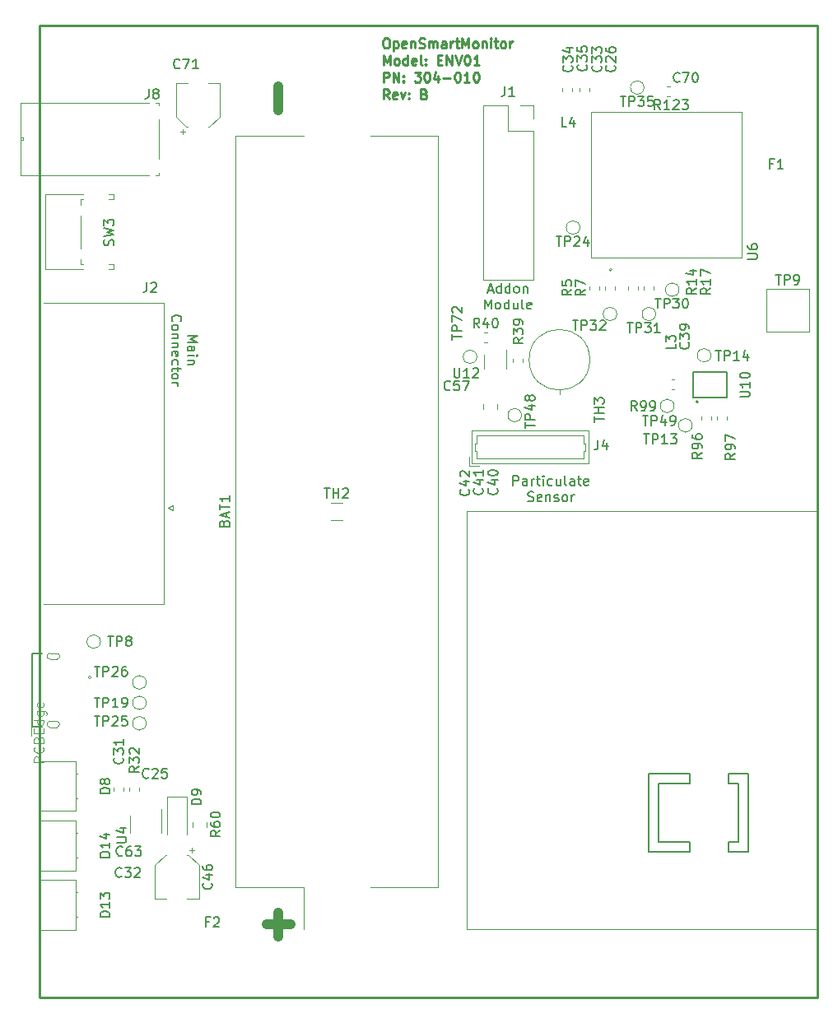
<source format=gbr>
G04 #@! TF.GenerationSoftware,KiCad,Pcbnew,5.1.5+dfsg1-2build2*
G04 #@! TF.CreationDate,2021-09-29T14:40:33+01:00*
G04 #@! TF.ProjectId,OSM_env01,4f534d5f-656e-4763-9031-2e6b69636164,B*
G04 #@! TF.SameCoordinates,Original*
G04 #@! TF.FileFunction,Legend,Top*
G04 #@! TF.FilePolarity,Positive*
%FSLAX46Y46*%
G04 Gerber Fmt 4.6, Leading zero omitted, Abs format (unit mm)*
G04 Created by KiCad (PCBNEW 5.1.5+dfsg1-2build2) date 2021-09-29 14:40:33*
%MOMM*%
%LPD*%
G04 APERTURE LIST*
%ADD10C,0.150000*%
%ADD11C,0.254000*%
%ADD12C,0.250000*%
%ADD13C,0.120000*%
%ADD14C,0.100000*%
%ADD15C,0.127000*%
%ADD16C,0.200000*%
%ADD17C,1.000000*%
%ADD18C,0.050000*%
G04 APERTURE END LIST*
D10*
X128852380Y-55441666D02*
X129328571Y-55441666D01*
X128757142Y-55727380D02*
X129090476Y-54727380D01*
X129423809Y-55727380D01*
X130185714Y-55727380D02*
X130185714Y-54727380D01*
X130185714Y-55679761D02*
X130090476Y-55727380D01*
X129900000Y-55727380D01*
X129804761Y-55679761D01*
X129757142Y-55632142D01*
X129709523Y-55536904D01*
X129709523Y-55251190D01*
X129757142Y-55155952D01*
X129804761Y-55108333D01*
X129900000Y-55060714D01*
X130090476Y-55060714D01*
X130185714Y-55108333D01*
X131090476Y-55727380D02*
X131090476Y-54727380D01*
X131090476Y-55679761D02*
X130995238Y-55727380D01*
X130804761Y-55727380D01*
X130709523Y-55679761D01*
X130661904Y-55632142D01*
X130614285Y-55536904D01*
X130614285Y-55251190D01*
X130661904Y-55155952D01*
X130709523Y-55108333D01*
X130804761Y-55060714D01*
X130995238Y-55060714D01*
X131090476Y-55108333D01*
X131709523Y-55727380D02*
X131614285Y-55679761D01*
X131566666Y-55632142D01*
X131519047Y-55536904D01*
X131519047Y-55251190D01*
X131566666Y-55155952D01*
X131614285Y-55108333D01*
X131709523Y-55060714D01*
X131852380Y-55060714D01*
X131947619Y-55108333D01*
X131995238Y-55155952D01*
X132042857Y-55251190D01*
X132042857Y-55536904D01*
X131995238Y-55632142D01*
X131947619Y-55679761D01*
X131852380Y-55727380D01*
X131709523Y-55727380D01*
X132471428Y-55060714D02*
X132471428Y-55727380D01*
X132471428Y-55155952D02*
X132519047Y-55108333D01*
X132614285Y-55060714D01*
X132757142Y-55060714D01*
X132852380Y-55108333D01*
X132900000Y-55203571D01*
X132900000Y-55727380D01*
X128519047Y-57377380D02*
X128519047Y-56377380D01*
X128852380Y-57091666D01*
X129185714Y-56377380D01*
X129185714Y-57377380D01*
X129804761Y-57377380D02*
X129709523Y-57329761D01*
X129661904Y-57282142D01*
X129614285Y-57186904D01*
X129614285Y-56901190D01*
X129661904Y-56805952D01*
X129709523Y-56758333D01*
X129804761Y-56710714D01*
X129947619Y-56710714D01*
X130042857Y-56758333D01*
X130090476Y-56805952D01*
X130138095Y-56901190D01*
X130138095Y-57186904D01*
X130090476Y-57282142D01*
X130042857Y-57329761D01*
X129947619Y-57377380D01*
X129804761Y-57377380D01*
X130995238Y-57377380D02*
X130995238Y-56377380D01*
X130995238Y-57329761D02*
X130900000Y-57377380D01*
X130709523Y-57377380D01*
X130614285Y-57329761D01*
X130566666Y-57282142D01*
X130519047Y-57186904D01*
X130519047Y-56901190D01*
X130566666Y-56805952D01*
X130614285Y-56758333D01*
X130709523Y-56710714D01*
X130900000Y-56710714D01*
X130995238Y-56758333D01*
X131900000Y-56710714D02*
X131900000Y-57377380D01*
X131471428Y-56710714D02*
X131471428Y-57234523D01*
X131519047Y-57329761D01*
X131614285Y-57377380D01*
X131757142Y-57377380D01*
X131852380Y-57329761D01*
X131900000Y-57282142D01*
X132519047Y-57377380D02*
X132423809Y-57329761D01*
X132376190Y-57234523D01*
X132376190Y-56377380D01*
X133280952Y-57329761D02*
X133185714Y-57377380D01*
X132995238Y-57377380D01*
X132900000Y-57329761D01*
X132852380Y-57234523D01*
X132852380Y-56853571D01*
X132900000Y-56758333D01*
X132995238Y-56710714D01*
X133185714Y-56710714D01*
X133280952Y-56758333D01*
X133328571Y-56853571D01*
X133328571Y-56948809D01*
X132852380Y-57044047D01*
X155600000Y-113200000D02*
X155600000Y-105200000D01*
X153600000Y-105200000D02*
X155600000Y-105200000D01*
X153600000Y-113200000D02*
X153600000Y-112200000D01*
X153600000Y-113200000D02*
X155600000Y-113200000D01*
X145400000Y-113200000D02*
X145400000Y-105200000D01*
X153600000Y-106200000D02*
X153600000Y-105200000D01*
X149600000Y-106200000D02*
X149600000Y-105200000D01*
X149600000Y-113200000D02*
X145400000Y-113200000D01*
X149600000Y-112200000D02*
X149600000Y-113200000D01*
X147400000Y-112200000D02*
X149600000Y-112200000D01*
X147400000Y-106200000D02*
X149600000Y-106200000D01*
X146400000Y-106200000D02*
X147400000Y-106200000D01*
X146400000Y-112200000D02*
X146400000Y-106200000D01*
X147400000Y-112200000D02*
X146400000Y-112200000D01*
X149600000Y-105200000D02*
X145400000Y-105200000D01*
X153600000Y-112200000D02*
X154600000Y-112200000D01*
X153600000Y-106200000D02*
X154600000Y-106200000D01*
X154600000Y-112200000D02*
X154600000Y-106200000D01*
D11*
X162700000Y-128200000D02*
X162700000Y-28200000D01*
D10*
X131442857Y-75527380D02*
X131442857Y-74527380D01*
X131823809Y-74527380D01*
X131919047Y-74575000D01*
X131966666Y-74622619D01*
X132014285Y-74717857D01*
X132014285Y-74860714D01*
X131966666Y-74955952D01*
X131919047Y-75003571D01*
X131823809Y-75051190D01*
X131442857Y-75051190D01*
X132871428Y-75527380D02*
X132871428Y-75003571D01*
X132823809Y-74908333D01*
X132728571Y-74860714D01*
X132538095Y-74860714D01*
X132442857Y-74908333D01*
X132871428Y-75479761D02*
X132776190Y-75527380D01*
X132538095Y-75527380D01*
X132442857Y-75479761D01*
X132395238Y-75384523D01*
X132395238Y-75289285D01*
X132442857Y-75194047D01*
X132538095Y-75146428D01*
X132776190Y-75146428D01*
X132871428Y-75098809D01*
X133347619Y-75527380D02*
X133347619Y-74860714D01*
X133347619Y-75051190D02*
X133395238Y-74955952D01*
X133442857Y-74908333D01*
X133538095Y-74860714D01*
X133633333Y-74860714D01*
X133823809Y-74860714D02*
X134204761Y-74860714D01*
X133966666Y-74527380D02*
X133966666Y-75384523D01*
X134014285Y-75479761D01*
X134109523Y-75527380D01*
X134204761Y-75527380D01*
X134538095Y-75527380D02*
X134538095Y-74860714D01*
X134538095Y-74527380D02*
X134490476Y-74575000D01*
X134538095Y-74622619D01*
X134585714Y-74575000D01*
X134538095Y-74527380D01*
X134538095Y-74622619D01*
X135442857Y-75479761D02*
X135347619Y-75527380D01*
X135157142Y-75527380D01*
X135061904Y-75479761D01*
X135014285Y-75432142D01*
X134966666Y-75336904D01*
X134966666Y-75051190D01*
X135014285Y-74955952D01*
X135061904Y-74908333D01*
X135157142Y-74860714D01*
X135347619Y-74860714D01*
X135442857Y-74908333D01*
X136300000Y-74860714D02*
X136300000Y-75527380D01*
X135871428Y-74860714D02*
X135871428Y-75384523D01*
X135919047Y-75479761D01*
X136014285Y-75527380D01*
X136157142Y-75527380D01*
X136252380Y-75479761D01*
X136300000Y-75432142D01*
X136919047Y-75527380D02*
X136823809Y-75479761D01*
X136776190Y-75384523D01*
X136776190Y-74527380D01*
X137728571Y-75527380D02*
X137728571Y-75003571D01*
X137680952Y-74908333D01*
X137585714Y-74860714D01*
X137395238Y-74860714D01*
X137300000Y-74908333D01*
X137728571Y-75479761D02*
X137633333Y-75527380D01*
X137395238Y-75527380D01*
X137300000Y-75479761D01*
X137252380Y-75384523D01*
X137252380Y-75289285D01*
X137300000Y-75194047D01*
X137395238Y-75146428D01*
X137633333Y-75146428D01*
X137728571Y-75098809D01*
X138061904Y-74860714D02*
X138442857Y-74860714D01*
X138204761Y-74527380D02*
X138204761Y-75384523D01*
X138252380Y-75479761D01*
X138347619Y-75527380D01*
X138442857Y-75527380D01*
X139157142Y-75479761D02*
X139061904Y-75527380D01*
X138871428Y-75527380D01*
X138776190Y-75479761D01*
X138728571Y-75384523D01*
X138728571Y-75003571D01*
X138776190Y-74908333D01*
X138871428Y-74860714D01*
X139061904Y-74860714D01*
X139157142Y-74908333D01*
X139204761Y-75003571D01*
X139204761Y-75098809D01*
X138728571Y-75194047D01*
X132966666Y-77129761D02*
X133109523Y-77177380D01*
X133347619Y-77177380D01*
X133442857Y-77129761D01*
X133490476Y-77082142D01*
X133538095Y-76986904D01*
X133538095Y-76891666D01*
X133490476Y-76796428D01*
X133442857Y-76748809D01*
X133347619Y-76701190D01*
X133157142Y-76653571D01*
X133061904Y-76605952D01*
X133014285Y-76558333D01*
X132966666Y-76463095D01*
X132966666Y-76367857D01*
X133014285Y-76272619D01*
X133061904Y-76225000D01*
X133157142Y-76177380D01*
X133395238Y-76177380D01*
X133538095Y-76225000D01*
X134347619Y-77129761D02*
X134252380Y-77177380D01*
X134061904Y-77177380D01*
X133966666Y-77129761D01*
X133919047Y-77034523D01*
X133919047Y-76653571D01*
X133966666Y-76558333D01*
X134061904Y-76510714D01*
X134252380Y-76510714D01*
X134347619Y-76558333D01*
X134395238Y-76653571D01*
X134395238Y-76748809D01*
X133919047Y-76844047D01*
X134823809Y-76510714D02*
X134823809Y-77177380D01*
X134823809Y-76605952D02*
X134871428Y-76558333D01*
X134966666Y-76510714D01*
X135109523Y-76510714D01*
X135204761Y-76558333D01*
X135252380Y-76653571D01*
X135252380Y-77177380D01*
X135680952Y-77129761D02*
X135776190Y-77177380D01*
X135966666Y-77177380D01*
X136061904Y-77129761D01*
X136109523Y-77034523D01*
X136109523Y-76986904D01*
X136061904Y-76891666D01*
X135966666Y-76844047D01*
X135823809Y-76844047D01*
X135728571Y-76796428D01*
X135680952Y-76701190D01*
X135680952Y-76653571D01*
X135728571Y-76558333D01*
X135823809Y-76510714D01*
X135966666Y-76510714D01*
X136061904Y-76558333D01*
X136680952Y-77177380D02*
X136585714Y-77129761D01*
X136538095Y-77082142D01*
X136490476Y-76986904D01*
X136490476Y-76701190D01*
X136538095Y-76605952D01*
X136585714Y-76558333D01*
X136680952Y-76510714D01*
X136823809Y-76510714D01*
X136919047Y-76558333D01*
X136966666Y-76605952D01*
X137014285Y-76701190D01*
X137014285Y-76986904D01*
X136966666Y-77082142D01*
X136919047Y-77129761D01*
X136823809Y-77177380D01*
X136680952Y-77177380D01*
X137442857Y-77177380D02*
X137442857Y-76510714D01*
X137442857Y-76701190D02*
X137490476Y-76605952D01*
X137538095Y-76558333D01*
X137633333Y-76510714D01*
X137728571Y-76510714D01*
X97972619Y-60123809D02*
X98972619Y-60123809D01*
X98258333Y-60457142D01*
X98972619Y-60790476D01*
X97972619Y-60790476D01*
X97972619Y-61695238D02*
X98496428Y-61695238D01*
X98591666Y-61647619D01*
X98639285Y-61552380D01*
X98639285Y-61361904D01*
X98591666Y-61266666D01*
X98020238Y-61695238D02*
X97972619Y-61600000D01*
X97972619Y-61361904D01*
X98020238Y-61266666D01*
X98115476Y-61219047D01*
X98210714Y-61219047D01*
X98305952Y-61266666D01*
X98353571Y-61361904D01*
X98353571Y-61600000D01*
X98401190Y-61695238D01*
X97972619Y-62171428D02*
X98639285Y-62171428D01*
X98972619Y-62171428D02*
X98925000Y-62123809D01*
X98877380Y-62171428D01*
X98925000Y-62219047D01*
X98972619Y-62171428D01*
X98877380Y-62171428D01*
X98639285Y-62647619D02*
X97972619Y-62647619D01*
X98544047Y-62647619D02*
X98591666Y-62695238D01*
X98639285Y-62790476D01*
X98639285Y-62933333D01*
X98591666Y-63028571D01*
X98496428Y-63076190D01*
X97972619Y-63076190D01*
X96417857Y-58647619D02*
X96370238Y-58600000D01*
X96322619Y-58457142D01*
X96322619Y-58361904D01*
X96370238Y-58219047D01*
X96465476Y-58123809D01*
X96560714Y-58076190D01*
X96751190Y-58028571D01*
X96894047Y-58028571D01*
X97084523Y-58076190D01*
X97179761Y-58123809D01*
X97275000Y-58219047D01*
X97322619Y-58361904D01*
X97322619Y-58457142D01*
X97275000Y-58600000D01*
X97227380Y-58647619D01*
X96322619Y-59219047D02*
X96370238Y-59123809D01*
X96417857Y-59076190D01*
X96513095Y-59028571D01*
X96798809Y-59028571D01*
X96894047Y-59076190D01*
X96941666Y-59123809D01*
X96989285Y-59219047D01*
X96989285Y-59361904D01*
X96941666Y-59457142D01*
X96894047Y-59504761D01*
X96798809Y-59552380D01*
X96513095Y-59552380D01*
X96417857Y-59504761D01*
X96370238Y-59457142D01*
X96322619Y-59361904D01*
X96322619Y-59219047D01*
X96989285Y-59980952D02*
X96322619Y-59980952D01*
X96894047Y-59980952D02*
X96941666Y-60028571D01*
X96989285Y-60123809D01*
X96989285Y-60266666D01*
X96941666Y-60361904D01*
X96846428Y-60409523D01*
X96322619Y-60409523D01*
X96989285Y-60885714D02*
X96322619Y-60885714D01*
X96894047Y-60885714D02*
X96941666Y-60933333D01*
X96989285Y-61028571D01*
X96989285Y-61171428D01*
X96941666Y-61266666D01*
X96846428Y-61314285D01*
X96322619Y-61314285D01*
X96370238Y-62171428D02*
X96322619Y-62076190D01*
X96322619Y-61885714D01*
X96370238Y-61790476D01*
X96465476Y-61742857D01*
X96846428Y-61742857D01*
X96941666Y-61790476D01*
X96989285Y-61885714D01*
X96989285Y-62076190D01*
X96941666Y-62171428D01*
X96846428Y-62219047D01*
X96751190Y-62219047D01*
X96655952Y-61742857D01*
X96370238Y-63076190D02*
X96322619Y-62980952D01*
X96322619Y-62790476D01*
X96370238Y-62695238D01*
X96417857Y-62647619D01*
X96513095Y-62600000D01*
X96798809Y-62600000D01*
X96894047Y-62647619D01*
X96941666Y-62695238D01*
X96989285Y-62790476D01*
X96989285Y-62980952D01*
X96941666Y-63076190D01*
X96989285Y-63361904D02*
X96989285Y-63742857D01*
X97322619Y-63504761D02*
X96465476Y-63504761D01*
X96370238Y-63552380D01*
X96322619Y-63647619D01*
X96322619Y-63742857D01*
X96322619Y-64219047D02*
X96370238Y-64123809D01*
X96417857Y-64076190D01*
X96513095Y-64028571D01*
X96798809Y-64028571D01*
X96894047Y-64076190D01*
X96941666Y-64123809D01*
X96989285Y-64219047D01*
X96989285Y-64361904D01*
X96941666Y-64457142D01*
X96894047Y-64504761D01*
X96798809Y-64552380D01*
X96513095Y-64552380D01*
X96417857Y-64504761D01*
X96370238Y-64457142D01*
X96322619Y-64361904D01*
X96322619Y-64219047D01*
X96322619Y-64980952D02*
X96989285Y-64980952D01*
X96798809Y-64980952D02*
X96894047Y-65028571D01*
X96941666Y-65076190D01*
X96989285Y-65171428D01*
X96989285Y-65266666D01*
D11*
X82700000Y-128200000D02*
X82700000Y-28200000D01*
D12*
X118291071Y-29527380D02*
X118481547Y-29527380D01*
X118576785Y-29575000D01*
X118672023Y-29670238D01*
X118719642Y-29860714D01*
X118719642Y-30194047D01*
X118672023Y-30384523D01*
X118576785Y-30479761D01*
X118481547Y-30527380D01*
X118291071Y-30527380D01*
X118195833Y-30479761D01*
X118100595Y-30384523D01*
X118052976Y-30194047D01*
X118052976Y-29860714D01*
X118100595Y-29670238D01*
X118195833Y-29575000D01*
X118291071Y-29527380D01*
X119148214Y-29860714D02*
X119148214Y-30860714D01*
X119148214Y-29908333D02*
X119243452Y-29860714D01*
X119433928Y-29860714D01*
X119529166Y-29908333D01*
X119576785Y-29955952D01*
X119624404Y-30051190D01*
X119624404Y-30336904D01*
X119576785Y-30432142D01*
X119529166Y-30479761D01*
X119433928Y-30527380D01*
X119243452Y-30527380D01*
X119148214Y-30479761D01*
X120433928Y-30479761D02*
X120338690Y-30527380D01*
X120148214Y-30527380D01*
X120052976Y-30479761D01*
X120005357Y-30384523D01*
X120005357Y-30003571D01*
X120052976Y-29908333D01*
X120148214Y-29860714D01*
X120338690Y-29860714D01*
X120433928Y-29908333D01*
X120481547Y-30003571D01*
X120481547Y-30098809D01*
X120005357Y-30194047D01*
X120910119Y-29860714D02*
X120910119Y-30527380D01*
X120910119Y-29955952D02*
X120957738Y-29908333D01*
X121052976Y-29860714D01*
X121195833Y-29860714D01*
X121291071Y-29908333D01*
X121338690Y-30003571D01*
X121338690Y-30527380D01*
X121767261Y-30479761D02*
X121910119Y-30527380D01*
X122148214Y-30527380D01*
X122243452Y-30479761D01*
X122291071Y-30432142D01*
X122338690Y-30336904D01*
X122338690Y-30241666D01*
X122291071Y-30146428D01*
X122243452Y-30098809D01*
X122148214Y-30051190D01*
X121957738Y-30003571D01*
X121862500Y-29955952D01*
X121814880Y-29908333D01*
X121767261Y-29813095D01*
X121767261Y-29717857D01*
X121814880Y-29622619D01*
X121862500Y-29575000D01*
X121957738Y-29527380D01*
X122195833Y-29527380D01*
X122338690Y-29575000D01*
X122767261Y-30527380D02*
X122767261Y-29860714D01*
X122767261Y-29955952D02*
X122814880Y-29908333D01*
X122910119Y-29860714D01*
X123052976Y-29860714D01*
X123148214Y-29908333D01*
X123195833Y-30003571D01*
X123195833Y-30527380D01*
X123195833Y-30003571D02*
X123243452Y-29908333D01*
X123338690Y-29860714D01*
X123481547Y-29860714D01*
X123576785Y-29908333D01*
X123624404Y-30003571D01*
X123624404Y-30527380D01*
X124529166Y-30527380D02*
X124529166Y-30003571D01*
X124481547Y-29908333D01*
X124386309Y-29860714D01*
X124195833Y-29860714D01*
X124100595Y-29908333D01*
X124529166Y-30479761D02*
X124433928Y-30527380D01*
X124195833Y-30527380D01*
X124100595Y-30479761D01*
X124052976Y-30384523D01*
X124052976Y-30289285D01*
X124100595Y-30194047D01*
X124195833Y-30146428D01*
X124433928Y-30146428D01*
X124529166Y-30098809D01*
X125005357Y-30527380D02*
X125005357Y-29860714D01*
X125005357Y-30051190D02*
X125052976Y-29955952D01*
X125100595Y-29908333D01*
X125195833Y-29860714D01*
X125291071Y-29860714D01*
X125481547Y-29860714D02*
X125862500Y-29860714D01*
X125624404Y-29527380D02*
X125624404Y-30384523D01*
X125672023Y-30479761D01*
X125767261Y-30527380D01*
X125862500Y-30527380D01*
X126195833Y-30527380D02*
X126195833Y-29527380D01*
X126529166Y-30241666D01*
X126862500Y-29527380D01*
X126862500Y-30527380D01*
X127481547Y-30527380D02*
X127386309Y-30479761D01*
X127338690Y-30432142D01*
X127291071Y-30336904D01*
X127291071Y-30051190D01*
X127338690Y-29955952D01*
X127386309Y-29908333D01*
X127481547Y-29860714D01*
X127624404Y-29860714D01*
X127719642Y-29908333D01*
X127767261Y-29955952D01*
X127814880Y-30051190D01*
X127814880Y-30336904D01*
X127767261Y-30432142D01*
X127719642Y-30479761D01*
X127624404Y-30527380D01*
X127481547Y-30527380D01*
X128243452Y-29860714D02*
X128243452Y-30527380D01*
X128243452Y-29955952D02*
X128291071Y-29908333D01*
X128386309Y-29860714D01*
X128529166Y-29860714D01*
X128624404Y-29908333D01*
X128672023Y-30003571D01*
X128672023Y-30527380D01*
X129148214Y-30527380D02*
X129148214Y-29860714D01*
X129148214Y-29527380D02*
X129100595Y-29575000D01*
X129148214Y-29622619D01*
X129195833Y-29575000D01*
X129148214Y-29527380D01*
X129148214Y-29622619D01*
X129481547Y-29860714D02*
X129862500Y-29860714D01*
X129624404Y-29527380D02*
X129624404Y-30384523D01*
X129672023Y-30479761D01*
X129767261Y-30527380D01*
X129862500Y-30527380D01*
X130338690Y-30527380D02*
X130243452Y-30479761D01*
X130195833Y-30432142D01*
X130148214Y-30336904D01*
X130148214Y-30051190D01*
X130195833Y-29955952D01*
X130243452Y-29908333D01*
X130338690Y-29860714D01*
X130481547Y-29860714D01*
X130576785Y-29908333D01*
X130624404Y-29955952D01*
X130672023Y-30051190D01*
X130672023Y-30336904D01*
X130624404Y-30432142D01*
X130576785Y-30479761D01*
X130481547Y-30527380D01*
X130338690Y-30527380D01*
X131100595Y-30527380D02*
X131100595Y-29860714D01*
X131100595Y-30051190D02*
X131148214Y-29955952D01*
X131195833Y-29908333D01*
X131291071Y-29860714D01*
X131386309Y-29860714D01*
X118100595Y-32277380D02*
X118100595Y-31277380D01*
X118433928Y-31991666D01*
X118767261Y-31277380D01*
X118767261Y-32277380D01*
X119386309Y-32277380D02*
X119291071Y-32229761D01*
X119243452Y-32182142D01*
X119195833Y-32086904D01*
X119195833Y-31801190D01*
X119243452Y-31705952D01*
X119291071Y-31658333D01*
X119386309Y-31610714D01*
X119529166Y-31610714D01*
X119624404Y-31658333D01*
X119672023Y-31705952D01*
X119719642Y-31801190D01*
X119719642Y-32086904D01*
X119672023Y-32182142D01*
X119624404Y-32229761D01*
X119529166Y-32277380D01*
X119386309Y-32277380D01*
X120576785Y-32277380D02*
X120576785Y-31277380D01*
X120576785Y-32229761D02*
X120481547Y-32277380D01*
X120291071Y-32277380D01*
X120195833Y-32229761D01*
X120148214Y-32182142D01*
X120100595Y-32086904D01*
X120100595Y-31801190D01*
X120148214Y-31705952D01*
X120195833Y-31658333D01*
X120291071Y-31610714D01*
X120481547Y-31610714D01*
X120576785Y-31658333D01*
X121433928Y-32229761D02*
X121338690Y-32277380D01*
X121148214Y-32277380D01*
X121052976Y-32229761D01*
X121005357Y-32134523D01*
X121005357Y-31753571D01*
X121052976Y-31658333D01*
X121148214Y-31610714D01*
X121338690Y-31610714D01*
X121433928Y-31658333D01*
X121481547Y-31753571D01*
X121481547Y-31848809D01*
X121005357Y-31944047D01*
X122052976Y-32277380D02*
X121957738Y-32229761D01*
X121910119Y-32134523D01*
X121910119Y-31277380D01*
X122433928Y-32182142D02*
X122481547Y-32229761D01*
X122433928Y-32277380D01*
X122386309Y-32229761D01*
X122433928Y-32182142D01*
X122433928Y-32277380D01*
X122433928Y-31658333D02*
X122481547Y-31705952D01*
X122433928Y-31753571D01*
X122386309Y-31705952D01*
X122433928Y-31658333D01*
X122433928Y-31753571D01*
X123672023Y-31753571D02*
X124005357Y-31753571D01*
X124148214Y-32277380D02*
X123672023Y-32277380D01*
X123672023Y-31277380D01*
X124148214Y-31277380D01*
X124576785Y-32277380D02*
X124576785Y-31277380D01*
X125148214Y-32277380D01*
X125148214Y-31277380D01*
X125481547Y-31277380D02*
X125814880Y-32277380D01*
X126148214Y-31277380D01*
X126672023Y-31277380D02*
X126767261Y-31277380D01*
X126862500Y-31325000D01*
X126910119Y-31372619D01*
X126957738Y-31467857D01*
X127005357Y-31658333D01*
X127005357Y-31896428D01*
X126957738Y-32086904D01*
X126910119Y-32182142D01*
X126862500Y-32229761D01*
X126767261Y-32277380D01*
X126672023Y-32277380D01*
X126576785Y-32229761D01*
X126529166Y-32182142D01*
X126481547Y-32086904D01*
X126433928Y-31896428D01*
X126433928Y-31658333D01*
X126481547Y-31467857D01*
X126529166Y-31372619D01*
X126576785Y-31325000D01*
X126672023Y-31277380D01*
X127957738Y-32277380D02*
X127386309Y-32277380D01*
X127672023Y-32277380D02*
X127672023Y-31277380D01*
X127576785Y-31420238D01*
X127481547Y-31515476D01*
X127386309Y-31563095D01*
X118100595Y-34027380D02*
X118100595Y-33027380D01*
X118481547Y-33027380D01*
X118576785Y-33075000D01*
X118624404Y-33122619D01*
X118672023Y-33217857D01*
X118672023Y-33360714D01*
X118624404Y-33455952D01*
X118576785Y-33503571D01*
X118481547Y-33551190D01*
X118100595Y-33551190D01*
X119100595Y-34027380D02*
X119100595Y-33027380D01*
X119672023Y-34027380D01*
X119672023Y-33027380D01*
X120148214Y-33932142D02*
X120195833Y-33979761D01*
X120148214Y-34027380D01*
X120100595Y-33979761D01*
X120148214Y-33932142D01*
X120148214Y-34027380D01*
X120148214Y-33408333D02*
X120195833Y-33455952D01*
X120148214Y-33503571D01*
X120100595Y-33455952D01*
X120148214Y-33408333D01*
X120148214Y-33503571D01*
X121291071Y-33027380D02*
X121910119Y-33027380D01*
X121576785Y-33408333D01*
X121719642Y-33408333D01*
X121814880Y-33455952D01*
X121862500Y-33503571D01*
X121910119Y-33598809D01*
X121910119Y-33836904D01*
X121862500Y-33932142D01*
X121814880Y-33979761D01*
X121719642Y-34027380D01*
X121433928Y-34027380D01*
X121338690Y-33979761D01*
X121291071Y-33932142D01*
X122529166Y-33027380D02*
X122624404Y-33027380D01*
X122719642Y-33075000D01*
X122767261Y-33122619D01*
X122814880Y-33217857D01*
X122862500Y-33408333D01*
X122862500Y-33646428D01*
X122814880Y-33836904D01*
X122767261Y-33932142D01*
X122719642Y-33979761D01*
X122624404Y-34027380D01*
X122529166Y-34027380D01*
X122433928Y-33979761D01*
X122386309Y-33932142D01*
X122338690Y-33836904D01*
X122291071Y-33646428D01*
X122291071Y-33408333D01*
X122338690Y-33217857D01*
X122386309Y-33122619D01*
X122433928Y-33075000D01*
X122529166Y-33027380D01*
X123719642Y-33360714D02*
X123719642Y-34027380D01*
X123481547Y-32979761D02*
X123243452Y-33694047D01*
X123862500Y-33694047D01*
X124243452Y-33646428D02*
X125005357Y-33646428D01*
X125672023Y-33027380D02*
X125767261Y-33027380D01*
X125862500Y-33075000D01*
X125910119Y-33122619D01*
X125957738Y-33217857D01*
X126005357Y-33408333D01*
X126005357Y-33646428D01*
X125957738Y-33836904D01*
X125910119Y-33932142D01*
X125862500Y-33979761D01*
X125767261Y-34027380D01*
X125672023Y-34027380D01*
X125576785Y-33979761D01*
X125529166Y-33932142D01*
X125481547Y-33836904D01*
X125433928Y-33646428D01*
X125433928Y-33408333D01*
X125481547Y-33217857D01*
X125529166Y-33122619D01*
X125576785Y-33075000D01*
X125672023Y-33027380D01*
X126957738Y-34027380D02*
X126386309Y-34027380D01*
X126672023Y-34027380D02*
X126672023Y-33027380D01*
X126576785Y-33170238D01*
X126481547Y-33265476D01*
X126386309Y-33313095D01*
X127576785Y-33027380D02*
X127672023Y-33027380D01*
X127767261Y-33075000D01*
X127814880Y-33122619D01*
X127862500Y-33217857D01*
X127910119Y-33408333D01*
X127910119Y-33646428D01*
X127862500Y-33836904D01*
X127814880Y-33932142D01*
X127767261Y-33979761D01*
X127672023Y-34027380D01*
X127576785Y-34027380D01*
X127481547Y-33979761D01*
X127433928Y-33932142D01*
X127386309Y-33836904D01*
X127338690Y-33646428D01*
X127338690Y-33408333D01*
X127386309Y-33217857D01*
X127433928Y-33122619D01*
X127481547Y-33075000D01*
X127576785Y-33027380D01*
X118672023Y-35777380D02*
X118338690Y-35301190D01*
X118100595Y-35777380D02*
X118100595Y-34777380D01*
X118481547Y-34777380D01*
X118576785Y-34825000D01*
X118624404Y-34872619D01*
X118672023Y-34967857D01*
X118672023Y-35110714D01*
X118624404Y-35205952D01*
X118576785Y-35253571D01*
X118481547Y-35301190D01*
X118100595Y-35301190D01*
X119481547Y-35729761D02*
X119386309Y-35777380D01*
X119195833Y-35777380D01*
X119100595Y-35729761D01*
X119052976Y-35634523D01*
X119052976Y-35253571D01*
X119100595Y-35158333D01*
X119195833Y-35110714D01*
X119386309Y-35110714D01*
X119481547Y-35158333D01*
X119529166Y-35253571D01*
X119529166Y-35348809D01*
X119052976Y-35444047D01*
X119862500Y-35110714D02*
X120100595Y-35777380D01*
X120338690Y-35110714D01*
X120719642Y-35682142D02*
X120767261Y-35729761D01*
X120719642Y-35777380D01*
X120672023Y-35729761D01*
X120719642Y-35682142D01*
X120719642Y-35777380D01*
X120719642Y-35158333D02*
X120767261Y-35205952D01*
X120719642Y-35253571D01*
X120672023Y-35205952D01*
X120719642Y-35158333D01*
X120719642Y-35253571D01*
X122291071Y-35253571D02*
X122433928Y-35301190D01*
X122481547Y-35348809D01*
X122529166Y-35444047D01*
X122529166Y-35586904D01*
X122481547Y-35682142D01*
X122433928Y-35729761D01*
X122338690Y-35777380D01*
X121957738Y-35777380D01*
X121957738Y-34777380D01*
X122291071Y-34777380D01*
X122386309Y-34825000D01*
X122433928Y-34872619D01*
X122481547Y-34967857D01*
X122481547Y-35063095D01*
X122433928Y-35158333D01*
X122386309Y-35205952D01*
X122291071Y-35253571D01*
X121957738Y-35253571D01*
D11*
X82700000Y-28200000D02*
X162700000Y-28200000D01*
X82700000Y-128200000D02*
X162700000Y-128200000D01*
D13*
X141608114Y-53350000D02*
G75*
G03X141608114Y-53350000I-158114J0D01*
G01*
X139450000Y-52100000D02*
X139450000Y-37100000D01*
X154950000Y-37100000D02*
X154950000Y-52100000D01*
X154950000Y-37100000D02*
X139450000Y-37100000D01*
X154950000Y-52100000D02*
X139450000Y-52100000D01*
X127700000Y-62300000D02*
G75*
G03X127700000Y-62300000I-700000J0D01*
G01*
X147980000Y-67350000D02*
G75*
G03X147980000Y-67350000I-700000J0D01*
G01*
X151780000Y-62150000D02*
G75*
G03X151780000Y-62150000I-700000J0D01*
G01*
X149850000Y-69350000D02*
G75*
G03X149850000Y-69350000I-700000J0D01*
G01*
X126900000Y-73550000D02*
X127900000Y-73550000D01*
X126900000Y-73550000D02*
X126900000Y-72550000D01*
X138650000Y-70350000D02*
X133175000Y-70350000D01*
X138650000Y-71200000D02*
X138650000Y-70350000D01*
X138850000Y-71200000D02*
X138650000Y-71200000D01*
X138850000Y-72000000D02*
X138850000Y-71200000D01*
X138650000Y-72000000D02*
X138850000Y-72000000D01*
X138650000Y-72750000D02*
X138650000Y-72000000D01*
X133175000Y-72750000D02*
X138650000Y-72750000D01*
X127700000Y-70350000D02*
X133175000Y-70350000D01*
X127700000Y-71200000D02*
X127700000Y-70350000D01*
X127500000Y-71200000D02*
X127700000Y-71200000D01*
X127500000Y-72000000D02*
X127500000Y-71200000D01*
X127700000Y-72000000D02*
X127500000Y-72000000D01*
X127700000Y-72750000D02*
X127700000Y-72000000D01*
X133175000Y-72750000D02*
X127700000Y-72750000D01*
X139160000Y-69840000D02*
X127190000Y-69840000D01*
X139160000Y-73260000D02*
X139160000Y-69840000D01*
X127190000Y-73260000D02*
X139160000Y-73260000D01*
X127190000Y-69840000D02*
X127190000Y-73260000D01*
X162700000Y-78200000D02*
X126700000Y-78200000D01*
X162700000Y-121200000D02*
X162700000Y-78200000D01*
X162700000Y-121200000D02*
X126700000Y-121200000D01*
X126700000Y-121200000D02*
X126700000Y-78200000D01*
X147562779Y-34490000D02*
X147237221Y-34490000D01*
X147562779Y-35510000D02*
X147237221Y-35510000D01*
X97190000Y-39150000D02*
X97690000Y-39150000D01*
X97440000Y-39400000D02*
X97440000Y-38900000D01*
X100195563Y-38660000D02*
X101260000Y-37595563D01*
X97804437Y-38660000D02*
X96740000Y-37595563D01*
X97804437Y-38660000D02*
X97940000Y-38660000D01*
X100195563Y-38660000D02*
X100060000Y-38660000D01*
X101260000Y-37595563D02*
X101260000Y-34140000D01*
X96740000Y-37595563D02*
X96740000Y-34140000D01*
X96740000Y-34140000D02*
X97940000Y-34140000D01*
X101260000Y-34140000D02*
X100060000Y-34140000D01*
X151790000Y-68732779D02*
X151790000Y-68407221D01*
X150770000Y-68732779D02*
X150770000Y-68407221D01*
X152370000Y-68407221D02*
X152370000Y-68732779D01*
X153390000Y-68407221D02*
X153390000Y-68732779D01*
X148042779Y-64660000D02*
X147717221Y-64660000D01*
X148042779Y-65680000D02*
X147717221Y-65680000D01*
X112697936Y-79110000D02*
X113902064Y-79110000D01*
X112697936Y-77290000D02*
X113902064Y-77290000D01*
X157500000Y-59700000D02*
X157500000Y-55300000D01*
X161900000Y-59700000D02*
X157500000Y-59700000D01*
X161900000Y-55300000D02*
X161900000Y-59700000D01*
X157500000Y-55300000D02*
X161900000Y-55300000D01*
X86620000Y-113840000D02*
X86620000Y-113840000D01*
X86490000Y-113840000D02*
X86620000Y-113840000D01*
X86490000Y-113840000D02*
X86490000Y-113840000D01*
X86620000Y-113840000D02*
X86490000Y-113840000D01*
X86620000Y-111300000D02*
X86620000Y-111300000D01*
X86490000Y-111300000D02*
X86620000Y-111300000D01*
X86490000Y-111300000D02*
X86490000Y-111300000D01*
X86620000Y-111300000D02*
X86490000Y-111300000D01*
X86490000Y-115130000D02*
X86490000Y-110010000D01*
X82700000Y-115130000D02*
X86490000Y-115130000D01*
X82700000Y-110010000D02*
X82700000Y-115130000D01*
X86490000Y-110010000D02*
X82700000Y-110010000D01*
X86620000Y-119940000D02*
X86620000Y-119940000D01*
X86490000Y-119940000D02*
X86620000Y-119940000D01*
X86490000Y-119940000D02*
X86490000Y-119940000D01*
X86620000Y-119940000D02*
X86490000Y-119940000D01*
X86620000Y-117400000D02*
X86620000Y-117400000D01*
X86490000Y-117400000D02*
X86620000Y-117400000D01*
X86490000Y-117400000D02*
X86490000Y-117400000D01*
X86620000Y-117400000D02*
X86490000Y-117400000D01*
X86490000Y-121230000D02*
X86490000Y-116110000D01*
X82700000Y-121230000D02*
X86490000Y-121230000D01*
X82700000Y-116110000D02*
X82700000Y-121230000D01*
X86490000Y-116110000D02*
X82700000Y-116110000D01*
X86620000Y-107740000D02*
X86620000Y-107740000D01*
X86490000Y-107740000D02*
X86620000Y-107740000D01*
X86490000Y-107740000D02*
X86490000Y-107740000D01*
X86620000Y-107740000D02*
X86490000Y-107740000D01*
X86620000Y-105200000D02*
X86620000Y-105200000D01*
X86490000Y-105200000D02*
X86620000Y-105200000D01*
X86490000Y-105200000D02*
X86490000Y-105200000D01*
X86620000Y-105200000D02*
X86490000Y-105200000D01*
X86490000Y-109030000D02*
X86490000Y-103910000D01*
X82700000Y-109030000D02*
X86490000Y-109030000D01*
X82700000Y-103910000D02*
X82700000Y-109030000D01*
X86490000Y-103910000D02*
X82700000Y-103910000D01*
D14*
X84500000Y-92800000D02*
G75*
G02X84500000Y-93400000I0J-300000D01*
G01*
X83800000Y-92800000D02*
X84500000Y-92800000D01*
X84500000Y-93400000D02*
X83800000Y-93400000D01*
X83800000Y-93400000D02*
G75*
G02X83800000Y-92800000I0J300000D01*
G01*
X84500000Y-99800000D02*
G75*
G02X84500000Y-100400000I0J-300000D01*
G01*
X83800000Y-99800000D02*
X84500000Y-99800000D01*
X84500000Y-100400000D02*
X83800000Y-100400000D01*
X83800000Y-100400000D02*
G75*
G02X83800000Y-99800000I0J300000D01*
G01*
D15*
X82000000Y-92850000D02*
X82000000Y-100350000D01*
X83000000Y-92850000D02*
X82000000Y-92850000D01*
X83000000Y-100350000D02*
X82000000Y-100350000D01*
D13*
X88061600Y-95294440D02*
G75*
G03X88061600Y-95294440I-177800J0D01*
G01*
D15*
X149950000Y-63875000D02*
X149950000Y-66525000D01*
X149950000Y-66525000D02*
X153450000Y-66525000D01*
X153450000Y-66525000D02*
X153450000Y-63875000D01*
X153450000Y-63875000D02*
X149950000Y-63875000D01*
D16*
X150450000Y-66937500D02*
G75*
G03X150450000Y-66937500I-100000J0D01*
G01*
D13*
X95022401Y-43620976D02*
X95022401Y-43385749D01*
X95022401Y-36178776D02*
X94647181Y-36178776D01*
X80773001Y-36178776D02*
X80773001Y-43620976D01*
X80773001Y-43620976D02*
X93953150Y-43620976D01*
X81027001Y-40026876D02*
X81027001Y-39772876D01*
X81027001Y-39772876D02*
X80773001Y-39772876D01*
X80773001Y-39772876D02*
X80773001Y-40026876D01*
X80773001Y-40026876D02*
X81027001Y-40026876D01*
X95022401Y-36413886D02*
X95022401Y-36178776D01*
X93952823Y-36178776D02*
X80773001Y-36178776D01*
X95022401Y-41913885D02*
X95022401Y-37885750D01*
X94646854Y-43620976D02*
X95022401Y-43620976D01*
X86970000Y-52790000D02*
X87200000Y-52790000D01*
X83300000Y-53310000D02*
X83300000Y-45590000D01*
X83300000Y-45590000D02*
X87200000Y-45590000D01*
X90310000Y-53310000D02*
X90310000Y-52790000D01*
X83300000Y-53310000D02*
X87200000Y-53310000D01*
X86970000Y-46110000D02*
X87200000Y-46110000D01*
X89800000Y-52790000D02*
X90310000Y-52790000D01*
X89800000Y-53310000D02*
X90310000Y-53310000D01*
X86970000Y-46650000D02*
X86970000Y-46110000D01*
X89800000Y-46110000D02*
X90310000Y-46110000D01*
X90310000Y-46110000D02*
X90310000Y-45590000D01*
X89800000Y-45590000D02*
X90310000Y-45590000D01*
X86970000Y-52790000D02*
X86970000Y-52250000D01*
X86970000Y-51150000D02*
X86970000Y-47750000D01*
X93700000Y-100000000D02*
G75*
G03X93700000Y-100000000I-700000J0D01*
G01*
X93700000Y-95800000D02*
G75*
G03X93700000Y-95800000I-700000J0D01*
G01*
X139290000Y-55037221D02*
X139290000Y-55362779D01*
X140310000Y-55037221D02*
X140310000Y-55362779D01*
X140890000Y-55037221D02*
X140890000Y-55362779D01*
X141910000Y-55037221D02*
X141910000Y-55362779D01*
X143290000Y-55037221D02*
X143290000Y-55362779D01*
X144310000Y-55037221D02*
X144310000Y-55362779D01*
X144890000Y-55037221D02*
X144890000Y-55362779D01*
X145910000Y-55037221D02*
X145910000Y-55362779D01*
X136200000Y-65720000D02*
X136200000Y-66180000D01*
X139320000Y-62600000D02*
G75*
G03X139320000Y-62600000I-3120000J0D01*
G01*
X91360000Y-106962779D02*
X91360000Y-106637221D01*
X90340000Y-106962779D02*
X90340000Y-106637221D01*
X137510000Y-34962779D02*
X137510000Y-34637221D01*
X136490000Y-34962779D02*
X136490000Y-34637221D01*
X139310000Y-34962779D02*
X139310000Y-34637221D01*
X138290000Y-34962779D02*
X138290000Y-34637221D01*
X129810000Y-67708578D02*
X129810000Y-67191422D01*
X128390000Y-67708578D02*
X128390000Y-67191422D01*
X98660000Y-113050000D02*
X98160000Y-113050000D01*
X98410000Y-112800000D02*
X98410000Y-113300000D01*
X95654437Y-113540000D02*
X94590000Y-114604437D01*
X98045563Y-113540000D02*
X99110000Y-114604437D01*
X98045563Y-113540000D02*
X97910000Y-113540000D01*
X95654437Y-113540000D02*
X95790000Y-113540000D01*
X94590000Y-114604437D02*
X94590000Y-118060000D01*
X99110000Y-114604437D02*
X99110000Y-118060000D01*
X99110000Y-118060000D02*
X97910000Y-118060000D01*
X94590000Y-118060000D02*
X95790000Y-118060000D01*
X97850000Y-107550000D02*
X97850000Y-111450000D01*
X95850000Y-107550000D02*
X95850000Y-111450000D01*
X97850000Y-107550000D02*
X95850000Y-107550000D01*
X132200000Y-36470000D02*
X133530000Y-36470000D01*
X133530000Y-36470000D02*
X133530000Y-37800000D01*
X130930000Y-36470000D02*
X130930000Y-39070000D01*
X130930000Y-39070000D02*
X133530000Y-39070000D01*
X133530000Y-39070000D02*
X133530000Y-54370000D01*
X128330000Y-54370000D02*
X133530000Y-54370000D01*
X128330000Y-36470000D02*
X128330000Y-54370000D01*
X128330000Y-36470000D02*
X130930000Y-36470000D01*
X91940000Y-106637221D02*
X91940000Y-106962779D01*
X92960000Y-106637221D02*
X92960000Y-106962779D01*
X132410000Y-62862779D02*
X132410000Y-62537221D01*
X131390000Y-62862779D02*
X131390000Y-62537221D01*
X128437221Y-60810000D02*
X128762779Y-60810000D01*
X128437221Y-59790000D02*
X128762779Y-59790000D01*
X128440000Y-62100000D02*
X128440000Y-63500000D01*
X130760000Y-63500000D02*
X130760000Y-61600000D01*
X92040000Y-109500000D02*
X92040000Y-111300000D01*
X95260000Y-111300000D02*
X95260000Y-108850000D01*
X83170000Y-56775000D02*
X95510000Y-56775000D01*
X95510000Y-56775000D02*
X95510000Y-87745000D01*
X95510000Y-87745000D02*
X83170000Y-87745000D01*
X96404338Y-77550000D02*
X96404338Y-78050000D01*
X96404338Y-78050000D02*
X95971325Y-77800000D01*
X95971325Y-77800000D02*
X96404338Y-77550000D01*
X146100000Y-57900000D02*
G75*
G03X146100000Y-57900000I-700000J0D01*
G01*
X142100000Y-57900000D02*
G75*
G03X142100000Y-57900000I-700000J0D01*
G01*
X89000000Y-91600000D02*
G75*
G03X89000000Y-91600000I-700000J0D01*
G01*
X98490000Y-110141422D02*
X98490000Y-110658578D01*
X99910000Y-110141422D02*
X99910000Y-110658578D01*
X93700000Y-97900000D02*
G75*
G03X93700000Y-97900000I-700000J0D01*
G01*
X109860000Y-116840000D02*
X109860000Y-121200000D01*
X123740000Y-116840000D02*
X116740000Y-116840000D01*
X123740000Y-39560000D02*
X123740000Y-116840000D01*
X116740000Y-39560000D02*
X123740000Y-39560000D01*
X102860000Y-116840000D02*
X109860000Y-116840000D01*
X102860000Y-39560000D02*
X102860000Y-116840000D01*
X109860000Y-39560000D02*
X102880000Y-39560000D01*
D17*
X107300000Y-34450000D02*
X107300000Y-36950000D01*
X107300000Y-121950000D02*
X107300000Y-119450000D01*
X108550000Y-120700000D02*
X106050000Y-120700000D01*
D13*
X138300000Y-49000000D02*
G75*
G03X138300000Y-49000000I-700000J0D01*
G01*
X148500000Y-55400000D02*
G75*
G03X148500000Y-55400000I-700000J0D01*
G01*
X144900000Y-34600000D02*
G75*
G03X144900000Y-34600000I-700000J0D01*
G01*
X132300000Y-68300000D02*
G75*
G03X132300000Y-68300000I-700000J0D01*
G01*
D10*
X155552380Y-52261904D02*
X156361904Y-52261904D01*
X156457142Y-52214285D01*
X156504761Y-52166666D01*
X156552380Y-52071428D01*
X156552380Y-51880952D01*
X156504761Y-51785714D01*
X156457142Y-51738095D01*
X156361904Y-51690476D01*
X155552380Y-51690476D01*
X155552380Y-50785714D02*
X155552380Y-50976190D01*
X155600000Y-51071428D01*
X155647619Y-51119047D01*
X155790476Y-51214285D01*
X155980952Y-51261904D01*
X156361904Y-51261904D01*
X156457142Y-51214285D01*
X156504761Y-51166666D01*
X156552380Y-51071428D01*
X156552380Y-50880952D01*
X156504761Y-50785714D01*
X156457142Y-50738095D01*
X156361904Y-50690476D01*
X156123809Y-50690476D01*
X156028571Y-50738095D01*
X155980952Y-50785714D01*
X155933333Y-50880952D01*
X155933333Y-51071428D01*
X155980952Y-51166666D01*
X156028571Y-51214285D01*
X156123809Y-51261904D01*
X125152380Y-60538095D02*
X125152380Y-59966666D01*
X126152380Y-60252380D02*
X125152380Y-60252380D01*
X126152380Y-59633333D02*
X125152380Y-59633333D01*
X125152380Y-59252380D01*
X125200000Y-59157142D01*
X125247619Y-59109523D01*
X125342857Y-59061904D01*
X125485714Y-59061904D01*
X125580952Y-59109523D01*
X125628571Y-59157142D01*
X125676190Y-59252380D01*
X125676190Y-59633333D01*
X125152380Y-58728571D02*
X125152380Y-58061904D01*
X126152380Y-58490476D01*
X125247619Y-57728571D02*
X125200000Y-57680952D01*
X125152380Y-57585714D01*
X125152380Y-57347619D01*
X125200000Y-57252380D01*
X125247619Y-57204761D01*
X125342857Y-57157142D01*
X125438095Y-57157142D01*
X125580952Y-57204761D01*
X126152380Y-57776190D01*
X126152380Y-57157142D01*
X144761904Y-68352380D02*
X145333333Y-68352380D01*
X145047619Y-69352380D02*
X145047619Y-68352380D01*
X145666666Y-69352380D02*
X145666666Y-68352380D01*
X146047619Y-68352380D01*
X146142857Y-68400000D01*
X146190476Y-68447619D01*
X146238095Y-68542857D01*
X146238095Y-68685714D01*
X146190476Y-68780952D01*
X146142857Y-68828571D01*
X146047619Y-68876190D01*
X145666666Y-68876190D01*
X147095238Y-68685714D02*
X147095238Y-69352380D01*
X146857142Y-68304761D02*
X146619047Y-69019047D01*
X147238095Y-69019047D01*
X147666666Y-69352380D02*
X147857142Y-69352380D01*
X147952380Y-69304761D01*
X148000000Y-69257142D01*
X148095238Y-69114285D01*
X148142857Y-68923809D01*
X148142857Y-68542857D01*
X148095238Y-68447619D01*
X148047619Y-68400000D01*
X147952380Y-68352380D01*
X147761904Y-68352380D01*
X147666666Y-68400000D01*
X147619047Y-68447619D01*
X147571428Y-68542857D01*
X147571428Y-68780952D01*
X147619047Y-68876190D01*
X147666666Y-68923809D01*
X147761904Y-68971428D01*
X147952380Y-68971428D01*
X148047619Y-68923809D01*
X148095238Y-68876190D01*
X148142857Y-68780952D01*
X152261904Y-61652380D02*
X152833333Y-61652380D01*
X152547619Y-62652380D02*
X152547619Y-61652380D01*
X153166666Y-62652380D02*
X153166666Y-61652380D01*
X153547619Y-61652380D01*
X153642857Y-61700000D01*
X153690476Y-61747619D01*
X153738095Y-61842857D01*
X153738095Y-61985714D01*
X153690476Y-62080952D01*
X153642857Y-62128571D01*
X153547619Y-62176190D01*
X153166666Y-62176190D01*
X154690476Y-62652380D02*
X154119047Y-62652380D01*
X154404761Y-62652380D02*
X154404761Y-61652380D01*
X154309523Y-61795238D01*
X154214285Y-61890476D01*
X154119047Y-61938095D01*
X155547619Y-61985714D02*
X155547619Y-62652380D01*
X155309523Y-61604761D02*
X155071428Y-62319047D01*
X155690476Y-62319047D01*
X144861904Y-70252380D02*
X145433333Y-70252380D01*
X145147619Y-71252380D02*
X145147619Y-70252380D01*
X145766666Y-71252380D02*
X145766666Y-70252380D01*
X146147619Y-70252380D01*
X146242857Y-70300000D01*
X146290476Y-70347619D01*
X146338095Y-70442857D01*
X146338095Y-70585714D01*
X146290476Y-70680952D01*
X146242857Y-70728571D01*
X146147619Y-70776190D01*
X145766666Y-70776190D01*
X147290476Y-71252380D02*
X146719047Y-71252380D01*
X147004761Y-71252380D02*
X147004761Y-70252380D01*
X146909523Y-70395238D01*
X146814285Y-70490476D01*
X146719047Y-70538095D01*
X147623809Y-70252380D02*
X148242857Y-70252380D01*
X147909523Y-70633333D01*
X148052380Y-70633333D01*
X148147619Y-70680952D01*
X148195238Y-70728571D01*
X148242857Y-70823809D01*
X148242857Y-71061904D01*
X148195238Y-71157142D01*
X148147619Y-71204761D01*
X148052380Y-71252380D01*
X147766666Y-71252380D01*
X147671428Y-71204761D01*
X147623809Y-71157142D01*
X140166666Y-70852380D02*
X140166666Y-71566666D01*
X140119047Y-71709523D01*
X140023809Y-71804761D01*
X139880952Y-71852380D01*
X139785714Y-71852380D01*
X141071428Y-71185714D02*
X141071428Y-71852380D01*
X140833333Y-70804761D02*
X140595238Y-71519047D01*
X141214285Y-71519047D01*
X146580952Y-36852380D02*
X146247619Y-36376190D01*
X146009523Y-36852380D02*
X146009523Y-35852380D01*
X146390476Y-35852380D01*
X146485714Y-35900000D01*
X146533333Y-35947619D01*
X146580952Y-36042857D01*
X146580952Y-36185714D01*
X146533333Y-36280952D01*
X146485714Y-36328571D01*
X146390476Y-36376190D01*
X146009523Y-36376190D01*
X147533333Y-36852380D02*
X146961904Y-36852380D01*
X147247619Y-36852380D02*
X147247619Y-35852380D01*
X147152380Y-35995238D01*
X147057142Y-36090476D01*
X146961904Y-36138095D01*
X147914285Y-35947619D02*
X147961904Y-35900000D01*
X148057142Y-35852380D01*
X148295238Y-35852380D01*
X148390476Y-35900000D01*
X148438095Y-35947619D01*
X148485714Y-36042857D01*
X148485714Y-36138095D01*
X148438095Y-36280952D01*
X147866666Y-36852380D01*
X148485714Y-36852380D01*
X148819047Y-35852380D02*
X149438095Y-35852380D01*
X149104761Y-36233333D01*
X149247619Y-36233333D01*
X149342857Y-36280952D01*
X149390476Y-36328571D01*
X149438095Y-36423809D01*
X149438095Y-36661904D01*
X149390476Y-36757142D01*
X149342857Y-36804761D01*
X149247619Y-36852380D01*
X148961904Y-36852380D01*
X148866666Y-36804761D01*
X148819047Y-36757142D01*
X141857142Y-32342857D02*
X141904761Y-32390476D01*
X141952380Y-32533333D01*
X141952380Y-32628571D01*
X141904761Y-32771428D01*
X141809523Y-32866666D01*
X141714285Y-32914285D01*
X141523809Y-32961904D01*
X141380952Y-32961904D01*
X141190476Y-32914285D01*
X141095238Y-32866666D01*
X141000000Y-32771428D01*
X140952380Y-32628571D01*
X140952380Y-32533333D01*
X141000000Y-32390476D01*
X141047619Y-32342857D01*
X141047619Y-31961904D02*
X141000000Y-31914285D01*
X140952380Y-31819047D01*
X140952380Y-31580952D01*
X141000000Y-31485714D01*
X141047619Y-31438095D01*
X141142857Y-31390476D01*
X141238095Y-31390476D01*
X141380952Y-31438095D01*
X141952380Y-32009523D01*
X141952380Y-31390476D01*
X140952380Y-30533333D02*
X140952380Y-30723809D01*
X141000000Y-30819047D01*
X141047619Y-30866666D01*
X141190476Y-30961904D01*
X141380952Y-31009523D01*
X141761904Y-31009523D01*
X141857142Y-30961904D01*
X141904761Y-30914285D01*
X141952380Y-30819047D01*
X141952380Y-30628571D01*
X141904761Y-30533333D01*
X141857142Y-30485714D01*
X141761904Y-30438095D01*
X141523809Y-30438095D01*
X141428571Y-30485714D01*
X141380952Y-30533333D01*
X141333333Y-30628571D01*
X141333333Y-30819047D01*
X141380952Y-30914285D01*
X141428571Y-30961904D01*
X141523809Y-31009523D01*
X140457142Y-32342857D02*
X140504761Y-32390476D01*
X140552380Y-32533333D01*
X140552380Y-32628571D01*
X140504761Y-32771428D01*
X140409523Y-32866666D01*
X140314285Y-32914285D01*
X140123809Y-32961904D01*
X139980952Y-32961904D01*
X139790476Y-32914285D01*
X139695238Y-32866666D01*
X139600000Y-32771428D01*
X139552380Y-32628571D01*
X139552380Y-32533333D01*
X139600000Y-32390476D01*
X139647619Y-32342857D01*
X139552380Y-32009523D02*
X139552380Y-31390476D01*
X139933333Y-31723809D01*
X139933333Y-31580952D01*
X139980952Y-31485714D01*
X140028571Y-31438095D01*
X140123809Y-31390476D01*
X140361904Y-31390476D01*
X140457142Y-31438095D01*
X140504761Y-31485714D01*
X140552380Y-31580952D01*
X140552380Y-31866666D01*
X140504761Y-31961904D01*
X140457142Y-32009523D01*
X139552380Y-31057142D02*
X139552380Y-30438095D01*
X139933333Y-30771428D01*
X139933333Y-30628571D01*
X139980952Y-30533333D01*
X140028571Y-30485714D01*
X140123809Y-30438095D01*
X140361904Y-30438095D01*
X140457142Y-30485714D01*
X140504761Y-30533333D01*
X140552380Y-30628571D01*
X140552380Y-30914285D01*
X140504761Y-31009523D01*
X140457142Y-31057142D01*
X149457142Y-60842857D02*
X149504761Y-60890476D01*
X149552380Y-61033333D01*
X149552380Y-61128571D01*
X149504761Y-61271428D01*
X149409523Y-61366666D01*
X149314285Y-61414285D01*
X149123809Y-61461904D01*
X148980952Y-61461904D01*
X148790476Y-61414285D01*
X148695238Y-61366666D01*
X148600000Y-61271428D01*
X148552380Y-61128571D01*
X148552380Y-61033333D01*
X148600000Y-60890476D01*
X148647619Y-60842857D01*
X148552380Y-60509523D02*
X148552380Y-59890476D01*
X148933333Y-60223809D01*
X148933333Y-60080952D01*
X148980952Y-59985714D01*
X149028571Y-59938095D01*
X149123809Y-59890476D01*
X149361904Y-59890476D01*
X149457142Y-59938095D01*
X149504761Y-59985714D01*
X149552380Y-60080952D01*
X149552380Y-60366666D01*
X149504761Y-60461904D01*
X149457142Y-60509523D01*
X149552380Y-59414285D02*
X149552380Y-59223809D01*
X149504761Y-59128571D01*
X149457142Y-59080952D01*
X149314285Y-58985714D01*
X149123809Y-58938095D01*
X148742857Y-58938095D01*
X148647619Y-58985714D01*
X148600000Y-59033333D01*
X148552380Y-59128571D01*
X148552380Y-59319047D01*
X148600000Y-59414285D01*
X148647619Y-59461904D01*
X148742857Y-59509523D01*
X148980952Y-59509523D01*
X149076190Y-59461904D01*
X149123809Y-59414285D01*
X149171428Y-59319047D01*
X149171428Y-59128571D01*
X149123809Y-59033333D01*
X149076190Y-58985714D01*
X148980952Y-58938095D01*
X97157142Y-32557142D02*
X97109523Y-32604761D01*
X96966666Y-32652380D01*
X96871428Y-32652380D01*
X96728571Y-32604761D01*
X96633333Y-32509523D01*
X96585714Y-32414285D01*
X96538095Y-32223809D01*
X96538095Y-32080952D01*
X96585714Y-31890476D01*
X96633333Y-31795238D01*
X96728571Y-31700000D01*
X96871428Y-31652380D01*
X96966666Y-31652380D01*
X97109523Y-31700000D01*
X97157142Y-31747619D01*
X97490476Y-31652380D02*
X98157142Y-31652380D01*
X97728571Y-32652380D01*
X99061904Y-32652380D02*
X98490476Y-32652380D01*
X98776190Y-32652380D02*
X98776190Y-31652380D01*
X98680952Y-31795238D01*
X98585714Y-31890476D01*
X98490476Y-31938095D01*
X150852380Y-72142857D02*
X150376190Y-72476190D01*
X150852380Y-72714285D02*
X149852380Y-72714285D01*
X149852380Y-72333333D01*
X149900000Y-72238095D01*
X149947619Y-72190476D01*
X150042857Y-72142857D01*
X150185714Y-72142857D01*
X150280952Y-72190476D01*
X150328571Y-72238095D01*
X150376190Y-72333333D01*
X150376190Y-72714285D01*
X150852380Y-71666666D02*
X150852380Y-71476190D01*
X150804761Y-71380952D01*
X150757142Y-71333333D01*
X150614285Y-71238095D01*
X150423809Y-71190476D01*
X150042857Y-71190476D01*
X149947619Y-71238095D01*
X149900000Y-71285714D01*
X149852380Y-71380952D01*
X149852380Y-71571428D01*
X149900000Y-71666666D01*
X149947619Y-71714285D01*
X150042857Y-71761904D01*
X150280952Y-71761904D01*
X150376190Y-71714285D01*
X150423809Y-71666666D01*
X150471428Y-71571428D01*
X150471428Y-71380952D01*
X150423809Y-71285714D01*
X150376190Y-71238095D01*
X150280952Y-71190476D01*
X149852380Y-70333333D02*
X149852380Y-70523809D01*
X149900000Y-70619047D01*
X149947619Y-70666666D01*
X150090476Y-70761904D01*
X150280952Y-70809523D01*
X150661904Y-70809523D01*
X150757142Y-70761904D01*
X150804761Y-70714285D01*
X150852380Y-70619047D01*
X150852380Y-70428571D01*
X150804761Y-70333333D01*
X150757142Y-70285714D01*
X150661904Y-70238095D01*
X150423809Y-70238095D01*
X150328571Y-70285714D01*
X150280952Y-70333333D01*
X150233333Y-70428571D01*
X150233333Y-70619047D01*
X150280952Y-70714285D01*
X150328571Y-70761904D01*
X150423809Y-70809523D01*
X154252380Y-72242857D02*
X153776190Y-72576190D01*
X154252380Y-72814285D02*
X153252380Y-72814285D01*
X153252380Y-72433333D01*
X153300000Y-72338095D01*
X153347619Y-72290476D01*
X153442857Y-72242857D01*
X153585714Y-72242857D01*
X153680952Y-72290476D01*
X153728571Y-72338095D01*
X153776190Y-72433333D01*
X153776190Y-72814285D01*
X154252380Y-71766666D02*
X154252380Y-71576190D01*
X154204761Y-71480952D01*
X154157142Y-71433333D01*
X154014285Y-71338095D01*
X153823809Y-71290476D01*
X153442857Y-71290476D01*
X153347619Y-71338095D01*
X153300000Y-71385714D01*
X153252380Y-71480952D01*
X153252380Y-71671428D01*
X153300000Y-71766666D01*
X153347619Y-71814285D01*
X153442857Y-71861904D01*
X153680952Y-71861904D01*
X153776190Y-71814285D01*
X153823809Y-71766666D01*
X153871428Y-71671428D01*
X153871428Y-71480952D01*
X153823809Y-71385714D01*
X153776190Y-71338095D01*
X153680952Y-71290476D01*
X153252380Y-70957142D02*
X153252380Y-70290476D01*
X154252380Y-70719047D01*
X144157142Y-67852380D02*
X143823809Y-67376190D01*
X143585714Y-67852380D02*
X143585714Y-66852380D01*
X143966666Y-66852380D01*
X144061904Y-66900000D01*
X144109523Y-66947619D01*
X144157142Y-67042857D01*
X144157142Y-67185714D01*
X144109523Y-67280952D01*
X144061904Y-67328571D01*
X143966666Y-67376190D01*
X143585714Y-67376190D01*
X144633333Y-67852380D02*
X144823809Y-67852380D01*
X144919047Y-67804761D01*
X144966666Y-67757142D01*
X145061904Y-67614285D01*
X145109523Y-67423809D01*
X145109523Y-67042857D01*
X145061904Y-66947619D01*
X145014285Y-66900000D01*
X144919047Y-66852380D01*
X144728571Y-66852380D01*
X144633333Y-66900000D01*
X144585714Y-66947619D01*
X144538095Y-67042857D01*
X144538095Y-67280952D01*
X144585714Y-67376190D01*
X144633333Y-67423809D01*
X144728571Y-67471428D01*
X144919047Y-67471428D01*
X145014285Y-67423809D01*
X145061904Y-67376190D01*
X145109523Y-67280952D01*
X145585714Y-67852380D02*
X145776190Y-67852380D01*
X145871428Y-67804761D01*
X145919047Y-67757142D01*
X146014285Y-67614285D01*
X146061904Y-67423809D01*
X146061904Y-67042857D01*
X146014285Y-66947619D01*
X145966666Y-66900000D01*
X145871428Y-66852380D01*
X145680952Y-66852380D01*
X145585714Y-66900000D01*
X145538095Y-66947619D01*
X145490476Y-67042857D01*
X145490476Y-67280952D01*
X145538095Y-67376190D01*
X145585714Y-67423809D01*
X145680952Y-67471428D01*
X145871428Y-67471428D01*
X145966666Y-67423809D01*
X146014285Y-67376190D01*
X146061904Y-67280952D01*
X112014285Y-75832380D02*
X112585714Y-75832380D01*
X112300000Y-76832380D02*
X112300000Y-75832380D01*
X112919047Y-76832380D02*
X112919047Y-75832380D01*
X112919047Y-76308571D02*
X113490476Y-76308571D01*
X113490476Y-76832380D02*
X113490476Y-75832380D01*
X113919047Y-75927619D02*
X113966666Y-75880000D01*
X114061904Y-75832380D01*
X114300000Y-75832380D01*
X114395238Y-75880000D01*
X114442857Y-75927619D01*
X114490476Y-76022857D01*
X114490476Y-76118095D01*
X114442857Y-76260952D01*
X113871428Y-76832380D01*
X114490476Y-76832380D01*
X158438095Y-53852380D02*
X159009523Y-53852380D01*
X158723809Y-54852380D02*
X158723809Y-53852380D01*
X159342857Y-54852380D02*
X159342857Y-53852380D01*
X159723809Y-53852380D01*
X159819047Y-53900000D01*
X159866666Y-53947619D01*
X159914285Y-54042857D01*
X159914285Y-54185714D01*
X159866666Y-54280952D01*
X159819047Y-54328571D01*
X159723809Y-54376190D01*
X159342857Y-54376190D01*
X160390476Y-54852380D02*
X160580952Y-54852380D01*
X160676190Y-54804761D01*
X160723809Y-54757142D01*
X160819047Y-54614285D01*
X160866666Y-54423809D01*
X160866666Y-54042857D01*
X160819047Y-53947619D01*
X160771428Y-53900000D01*
X160676190Y-53852380D01*
X160485714Y-53852380D01*
X160390476Y-53900000D01*
X160342857Y-53947619D01*
X160295238Y-54042857D01*
X160295238Y-54280952D01*
X160342857Y-54376190D01*
X160390476Y-54423809D01*
X160485714Y-54471428D01*
X160676190Y-54471428D01*
X160771428Y-54423809D01*
X160819047Y-54376190D01*
X160866666Y-54280952D01*
X126857142Y-75942857D02*
X126904761Y-75990476D01*
X126952380Y-76133333D01*
X126952380Y-76228571D01*
X126904761Y-76371428D01*
X126809523Y-76466666D01*
X126714285Y-76514285D01*
X126523809Y-76561904D01*
X126380952Y-76561904D01*
X126190476Y-76514285D01*
X126095238Y-76466666D01*
X126000000Y-76371428D01*
X125952380Y-76228571D01*
X125952380Y-76133333D01*
X126000000Y-75990476D01*
X126047619Y-75942857D01*
X126285714Y-75085714D02*
X126952380Y-75085714D01*
X125904761Y-75323809D02*
X126619047Y-75561904D01*
X126619047Y-74942857D01*
X126047619Y-74609523D02*
X126000000Y-74561904D01*
X125952380Y-74466666D01*
X125952380Y-74228571D01*
X126000000Y-74133333D01*
X126047619Y-74085714D01*
X126142857Y-74038095D01*
X126238095Y-74038095D01*
X126380952Y-74085714D01*
X126952380Y-74657142D01*
X126952380Y-74038095D01*
X148557142Y-33957142D02*
X148509523Y-34004761D01*
X148366666Y-34052380D01*
X148271428Y-34052380D01*
X148128571Y-34004761D01*
X148033333Y-33909523D01*
X147985714Y-33814285D01*
X147938095Y-33623809D01*
X147938095Y-33480952D01*
X147985714Y-33290476D01*
X148033333Y-33195238D01*
X148128571Y-33100000D01*
X148271428Y-33052380D01*
X148366666Y-33052380D01*
X148509523Y-33100000D01*
X148557142Y-33147619D01*
X148890476Y-33052380D02*
X149557142Y-33052380D01*
X149128571Y-34052380D01*
X150128571Y-33052380D02*
X150223809Y-33052380D01*
X150319047Y-33100000D01*
X150366666Y-33147619D01*
X150414285Y-33242857D01*
X150461904Y-33433333D01*
X150461904Y-33671428D01*
X150414285Y-33861904D01*
X150366666Y-33957142D01*
X150319047Y-34004761D01*
X150223809Y-34052380D01*
X150128571Y-34052380D01*
X150033333Y-34004761D01*
X149985714Y-33957142D01*
X149938095Y-33861904D01*
X149890476Y-33671428D01*
X149890476Y-33433333D01*
X149938095Y-33242857D01*
X149985714Y-33147619D01*
X150033333Y-33100000D01*
X150128571Y-33052380D01*
X89952380Y-113784285D02*
X88952380Y-113784285D01*
X88952380Y-113546190D01*
X89000000Y-113403333D01*
X89095238Y-113308095D01*
X89190476Y-113260476D01*
X89380952Y-113212857D01*
X89523809Y-113212857D01*
X89714285Y-113260476D01*
X89809523Y-113308095D01*
X89904761Y-113403333D01*
X89952380Y-113546190D01*
X89952380Y-113784285D01*
X89952380Y-112260476D02*
X89952380Y-112831904D01*
X89952380Y-112546190D02*
X88952380Y-112546190D01*
X89095238Y-112641428D01*
X89190476Y-112736666D01*
X89238095Y-112831904D01*
X89285714Y-111403333D02*
X89952380Y-111403333D01*
X88904761Y-111641428D02*
X89619047Y-111879523D01*
X89619047Y-111260476D01*
X89952380Y-119914285D02*
X88952380Y-119914285D01*
X88952380Y-119676190D01*
X89000000Y-119533333D01*
X89095238Y-119438095D01*
X89190476Y-119390476D01*
X89380952Y-119342857D01*
X89523809Y-119342857D01*
X89714285Y-119390476D01*
X89809523Y-119438095D01*
X89904761Y-119533333D01*
X89952380Y-119676190D01*
X89952380Y-119914285D01*
X89952380Y-118390476D02*
X89952380Y-118961904D01*
X89952380Y-118676190D02*
X88952380Y-118676190D01*
X89095238Y-118771428D01*
X89190476Y-118866666D01*
X89238095Y-118961904D01*
X88952380Y-118057142D02*
X88952380Y-117438095D01*
X89333333Y-117771428D01*
X89333333Y-117628571D01*
X89380952Y-117533333D01*
X89428571Y-117485714D01*
X89523809Y-117438095D01*
X89761904Y-117438095D01*
X89857142Y-117485714D01*
X89904761Y-117533333D01*
X89952380Y-117628571D01*
X89952380Y-117914285D01*
X89904761Y-118009523D01*
X89857142Y-118057142D01*
X89952380Y-107208095D02*
X88952380Y-107208095D01*
X88952380Y-106970000D01*
X89000000Y-106827142D01*
X89095238Y-106731904D01*
X89190476Y-106684285D01*
X89380952Y-106636666D01*
X89523809Y-106636666D01*
X89714285Y-106684285D01*
X89809523Y-106731904D01*
X89904761Y-106827142D01*
X89952380Y-106970000D01*
X89952380Y-107208095D01*
X89380952Y-106065238D02*
X89333333Y-106160476D01*
X89285714Y-106208095D01*
X89190476Y-106255714D01*
X89142857Y-106255714D01*
X89047619Y-106208095D01*
X89000000Y-106160476D01*
X88952380Y-106065238D01*
X88952380Y-105874761D01*
X89000000Y-105779523D01*
X89047619Y-105731904D01*
X89142857Y-105684285D01*
X89190476Y-105684285D01*
X89285714Y-105731904D01*
X89333333Y-105779523D01*
X89380952Y-105874761D01*
X89380952Y-106065238D01*
X89428571Y-106160476D01*
X89476190Y-106208095D01*
X89571428Y-106255714D01*
X89761904Y-106255714D01*
X89857142Y-106208095D01*
X89904761Y-106160476D01*
X89952380Y-106065238D01*
X89952380Y-105874761D01*
X89904761Y-105779523D01*
X89857142Y-105731904D01*
X89761904Y-105684285D01*
X89571428Y-105684285D01*
X89476190Y-105731904D01*
X89428571Y-105779523D01*
X89380952Y-105874761D01*
X158166666Y-42428571D02*
X157833333Y-42428571D01*
X157833333Y-42952380D02*
X157833333Y-41952380D01*
X158309523Y-41952380D01*
X159214285Y-42952380D02*
X158642857Y-42952380D01*
X158928571Y-42952380D02*
X158928571Y-41952380D01*
X158833333Y-42095238D01*
X158738095Y-42190476D01*
X158642857Y-42238095D01*
X100166666Y-120428571D02*
X99833333Y-120428571D01*
X99833333Y-120952380D02*
X99833333Y-119952380D01*
X100309523Y-119952380D01*
X100642857Y-120047619D02*
X100690476Y-120000000D01*
X100785714Y-119952380D01*
X101023809Y-119952380D01*
X101119047Y-120000000D01*
X101166666Y-120047619D01*
X101214285Y-120142857D01*
X101214285Y-120238095D01*
X101166666Y-120380952D01*
X100595238Y-120952380D01*
X101214285Y-120952380D01*
D18*
X83149820Y-104005299D02*
X82149820Y-104005299D01*
X82149820Y-103624346D01*
X82197440Y-103529108D01*
X82245059Y-103481489D01*
X82340297Y-103433870D01*
X82483154Y-103433870D01*
X82578392Y-103481489D01*
X82626011Y-103529108D01*
X82673630Y-103624346D01*
X82673630Y-104005299D01*
X83054582Y-102433870D02*
X83102201Y-102481489D01*
X83149820Y-102624346D01*
X83149820Y-102719584D01*
X83102201Y-102862441D01*
X83006963Y-102957680D01*
X82911725Y-103005299D01*
X82721249Y-103052918D01*
X82578392Y-103052918D01*
X82387916Y-103005299D01*
X82292678Y-102957680D01*
X82197440Y-102862441D01*
X82149820Y-102719584D01*
X82149820Y-102624346D01*
X82197440Y-102481489D01*
X82245059Y-102433870D01*
X82626011Y-101671965D02*
X82673630Y-101529108D01*
X82721249Y-101481489D01*
X82816487Y-101433870D01*
X82959344Y-101433870D01*
X83054582Y-101481489D01*
X83102201Y-101529108D01*
X83149820Y-101624346D01*
X83149820Y-102005299D01*
X82149820Y-102005299D01*
X82149820Y-101671965D01*
X82197440Y-101576727D01*
X82245059Y-101529108D01*
X82340297Y-101481489D01*
X82435535Y-101481489D01*
X82530773Y-101529108D01*
X82578392Y-101576727D01*
X82626011Y-101671965D01*
X82626011Y-102005299D01*
X81912440Y-101243394D02*
X81912440Y-100338632D01*
X82626011Y-101005299D02*
X82626011Y-100671965D01*
X83149820Y-100529108D02*
X83149820Y-101005299D01*
X82149820Y-101005299D01*
X82149820Y-100529108D01*
X81912440Y-100338632D02*
X81912440Y-99433870D01*
X83149820Y-99671965D02*
X82149820Y-99671965D01*
X83102201Y-99671965D02*
X83149820Y-99767203D01*
X83149820Y-99957680D01*
X83102201Y-100052918D01*
X83054582Y-100100537D01*
X82959344Y-100148156D01*
X82673630Y-100148156D01*
X82578392Y-100100537D01*
X82530773Y-100052918D01*
X82483154Y-99957680D01*
X82483154Y-99767203D01*
X82530773Y-99671965D01*
X81912440Y-99433870D02*
X81912440Y-98529108D01*
X82483154Y-98767203D02*
X83292678Y-98767203D01*
X83387916Y-98814822D01*
X83435535Y-98862441D01*
X83483154Y-98957680D01*
X83483154Y-99100537D01*
X83435535Y-99195775D01*
X83102201Y-98767203D02*
X83149820Y-98862441D01*
X83149820Y-99052918D01*
X83102201Y-99148156D01*
X83054582Y-99195775D01*
X82959344Y-99243394D01*
X82673630Y-99243394D01*
X82578392Y-99195775D01*
X82530773Y-99148156D01*
X82483154Y-99052918D01*
X82483154Y-98862441D01*
X82530773Y-98767203D01*
X81912440Y-98529108D02*
X81912440Y-97671965D01*
X83102201Y-97910060D02*
X83149820Y-98005299D01*
X83149820Y-98195775D01*
X83102201Y-98291013D01*
X83006963Y-98338632D01*
X82626011Y-98338632D01*
X82530773Y-98291013D01*
X82483154Y-98195775D01*
X82483154Y-98005299D01*
X82530773Y-97910060D01*
X82626011Y-97862441D01*
X82721249Y-97862441D01*
X82816487Y-98338632D01*
D10*
X154752380Y-66438095D02*
X155561904Y-66438095D01*
X155657142Y-66390476D01*
X155704761Y-66342857D01*
X155752380Y-66247619D01*
X155752380Y-66057142D01*
X155704761Y-65961904D01*
X155657142Y-65914285D01*
X155561904Y-65866666D01*
X154752380Y-65866666D01*
X155752380Y-64866666D02*
X155752380Y-65438095D01*
X155752380Y-65152380D02*
X154752380Y-65152380D01*
X154895238Y-65247619D01*
X154990476Y-65342857D01*
X155038095Y-65438095D01*
X154752380Y-64247619D02*
X154752380Y-64152380D01*
X154800000Y-64057142D01*
X154847619Y-64009523D01*
X154942857Y-63961904D01*
X155133333Y-63914285D01*
X155371428Y-63914285D01*
X155561904Y-63961904D01*
X155657142Y-64009523D01*
X155704761Y-64057142D01*
X155752380Y-64152380D01*
X155752380Y-64247619D01*
X155704761Y-64342857D01*
X155657142Y-64390476D01*
X155561904Y-64438095D01*
X155371428Y-64485714D01*
X155133333Y-64485714D01*
X154942857Y-64438095D01*
X154847619Y-64390476D01*
X154800000Y-64342857D01*
X154752380Y-64247619D01*
X93966666Y-34752380D02*
X93966666Y-35466666D01*
X93919047Y-35609523D01*
X93823809Y-35704761D01*
X93680952Y-35752380D01*
X93585714Y-35752380D01*
X94585714Y-35180952D02*
X94490476Y-35133333D01*
X94442857Y-35085714D01*
X94395238Y-34990476D01*
X94395238Y-34942857D01*
X94442857Y-34847619D01*
X94490476Y-34800000D01*
X94585714Y-34752380D01*
X94776190Y-34752380D01*
X94871428Y-34800000D01*
X94919047Y-34847619D01*
X94966666Y-34942857D01*
X94966666Y-34990476D01*
X94919047Y-35085714D01*
X94871428Y-35133333D01*
X94776190Y-35180952D01*
X94585714Y-35180952D01*
X94490476Y-35228571D01*
X94442857Y-35276190D01*
X94395238Y-35371428D01*
X94395238Y-35561904D01*
X94442857Y-35657142D01*
X94490476Y-35704761D01*
X94585714Y-35752380D01*
X94776190Y-35752380D01*
X94871428Y-35704761D01*
X94919047Y-35657142D01*
X94966666Y-35561904D01*
X94966666Y-35371428D01*
X94919047Y-35276190D01*
X94871428Y-35228571D01*
X94776190Y-35180952D01*
X90304761Y-50833333D02*
X90352380Y-50690476D01*
X90352380Y-50452380D01*
X90304761Y-50357142D01*
X90257142Y-50309523D01*
X90161904Y-50261904D01*
X90066666Y-50261904D01*
X89971428Y-50309523D01*
X89923809Y-50357142D01*
X89876190Y-50452380D01*
X89828571Y-50642857D01*
X89780952Y-50738095D01*
X89733333Y-50785714D01*
X89638095Y-50833333D01*
X89542857Y-50833333D01*
X89447619Y-50785714D01*
X89400000Y-50738095D01*
X89352380Y-50642857D01*
X89352380Y-50404761D01*
X89400000Y-50261904D01*
X89352380Y-49928571D02*
X90352380Y-49690476D01*
X89638095Y-49500000D01*
X90352380Y-49309523D01*
X89352380Y-49071428D01*
X89352380Y-48785714D02*
X89352380Y-48166666D01*
X89733333Y-48500000D01*
X89733333Y-48357142D01*
X89780952Y-48261904D01*
X89828571Y-48214285D01*
X89923809Y-48166666D01*
X90161904Y-48166666D01*
X90257142Y-48214285D01*
X90304761Y-48261904D01*
X90352380Y-48357142D01*
X90352380Y-48642857D01*
X90304761Y-48738095D01*
X90257142Y-48785714D01*
X88361904Y-99252380D02*
X88933333Y-99252380D01*
X88647619Y-100252380D02*
X88647619Y-99252380D01*
X89266666Y-100252380D02*
X89266666Y-99252380D01*
X89647619Y-99252380D01*
X89742857Y-99300000D01*
X89790476Y-99347619D01*
X89838095Y-99442857D01*
X89838095Y-99585714D01*
X89790476Y-99680952D01*
X89742857Y-99728571D01*
X89647619Y-99776190D01*
X89266666Y-99776190D01*
X90219047Y-99347619D02*
X90266666Y-99300000D01*
X90361904Y-99252380D01*
X90600000Y-99252380D01*
X90695238Y-99300000D01*
X90742857Y-99347619D01*
X90790476Y-99442857D01*
X90790476Y-99538095D01*
X90742857Y-99680952D01*
X90171428Y-100252380D01*
X90790476Y-100252380D01*
X91695238Y-99252380D02*
X91219047Y-99252380D01*
X91171428Y-99728571D01*
X91219047Y-99680952D01*
X91314285Y-99633333D01*
X91552380Y-99633333D01*
X91647619Y-99680952D01*
X91695238Y-99728571D01*
X91742857Y-99823809D01*
X91742857Y-100061904D01*
X91695238Y-100157142D01*
X91647619Y-100204761D01*
X91552380Y-100252380D01*
X91314285Y-100252380D01*
X91219047Y-100204761D01*
X91171428Y-100157142D01*
X88361904Y-94152380D02*
X88933333Y-94152380D01*
X88647619Y-95152380D02*
X88647619Y-94152380D01*
X89266666Y-95152380D02*
X89266666Y-94152380D01*
X89647619Y-94152380D01*
X89742857Y-94200000D01*
X89790476Y-94247619D01*
X89838095Y-94342857D01*
X89838095Y-94485714D01*
X89790476Y-94580952D01*
X89742857Y-94628571D01*
X89647619Y-94676190D01*
X89266666Y-94676190D01*
X90219047Y-94247619D02*
X90266666Y-94200000D01*
X90361904Y-94152380D01*
X90600000Y-94152380D01*
X90695238Y-94200000D01*
X90742857Y-94247619D01*
X90790476Y-94342857D01*
X90790476Y-94438095D01*
X90742857Y-94580952D01*
X90171428Y-95152380D01*
X90790476Y-95152380D01*
X91647619Y-94152380D02*
X91457142Y-94152380D01*
X91361904Y-94200000D01*
X91314285Y-94247619D01*
X91219047Y-94390476D01*
X91171428Y-94580952D01*
X91171428Y-94961904D01*
X91219047Y-95057142D01*
X91266666Y-95104761D01*
X91361904Y-95152380D01*
X91552380Y-95152380D01*
X91647619Y-95104761D01*
X91695238Y-95057142D01*
X91742857Y-94961904D01*
X91742857Y-94723809D01*
X91695238Y-94628571D01*
X91647619Y-94580952D01*
X91552380Y-94533333D01*
X91361904Y-94533333D01*
X91266666Y-94580952D01*
X91219047Y-94628571D01*
X91171428Y-94723809D01*
X137452380Y-55366666D02*
X136976190Y-55700000D01*
X137452380Y-55938095D02*
X136452380Y-55938095D01*
X136452380Y-55557142D01*
X136500000Y-55461904D01*
X136547619Y-55414285D01*
X136642857Y-55366666D01*
X136785714Y-55366666D01*
X136880952Y-55414285D01*
X136928571Y-55461904D01*
X136976190Y-55557142D01*
X136976190Y-55938095D01*
X136452380Y-54461904D02*
X136452380Y-54938095D01*
X136928571Y-54985714D01*
X136880952Y-54938095D01*
X136833333Y-54842857D01*
X136833333Y-54604761D01*
X136880952Y-54509523D01*
X136928571Y-54461904D01*
X137023809Y-54414285D01*
X137261904Y-54414285D01*
X137357142Y-54461904D01*
X137404761Y-54509523D01*
X137452380Y-54604761D01*
X137452380Y-54842857D01*
X137404761Y-54938095D01*
X137357142Y-54985714D01*
X138852380Y-55366666D02*
X138376190Y-55700000D01*
X138852380Y-55938095D02*
X137852380Y-55938095D01*
X137852380Y-55557142D01*
X137900000Y-55461904D01*
X137947619Y-55414285D01*
X138042857Y-55366666D01*
X138185714Y-55366666D01*
X138280952Y-55414285D01*
X138328571Y-55461904D01*
X138376190Y-55557142D01*
X138376190Y-55938095D01*
X137852380Y-55033333D02*
X137852380Y-54366666D01*
X138852380Y-54795238D01*
X150252380Y-55242857D02*
X149776190Y-55576190D01*
X150252380Y-55814285D02*
X149252380Y-55814285D01*
X149252380Y-55433333D01*
X149300000Y-55338095D01*
X149347619Y-55290476D01*
X149442857Y-55242857D01*
X149585714Y-55242857D01*
X149680952Y-55290476D01*
X149728571Y-55338095D01*
X149776190Y-55433333D01*
X149776190Y-55814285D01*
X150252380Y-54290476D02*
X150252380Y-54861904D01*
X150252380Y-54576190D02*
X149252380Y-54576190D01*
X149395238Y-54671428D01*
X149490476Y-54766666D01*
X149538095Y-54861904D01*
X149585714Y-53433333D02*
X150252380Y-53433333D01*
X149204761Y-53671428D02*
X149919047Y-53909523D01*
X149919047Y-53290476D01*
X151752380Y-55242857D02*
X151276190Y-55576190D01*
X151752380Y-55814285D02*
X150752380Y-55814285D01*
X150752380Y-55433333D01*
X150800000Y-55338095D01*
X150847619Y-55290476D01*
X150942857Y-55242857D01*
X151085714Y-55242857D01*
X151180952Y-55290476D01*
X151228571Y-55338095D01*
X151276190Y-55433333D01*
X151276190Y-55814285D01*
X151752380Y-54290476D02*
X151752380Y-54861904D01*
X151752380Y-54576190D02*
X150752380Y-54576190D01*
X150895238Y-54671428D01*
X150990476Y-54766666D01*
X151038095Y-54861904D01*
X150752380Y-53957142D02*
X150752380Y-53290476D01*
X151752380Y-53719047D01*
X124957142Y-65657142D02*
X124909523Y-65704761D01*
X124766666Y-65752380D01*
X124671428Y-65752380D01*
X124528571Y-65704761D01*
X124433333Y-65609523D01*
X124385714Y-65514285D01*
X124338095Y-65323809D01*
X124338095Y-65180952D01*
X124385714Y-64990476D01*
X124433333Y-64895238D01*
X124528571Y-64800000D01*
X124671428Y-64752380D01*
X124766666Y-64752380D01*
X124909523Y-64800000D01*
X124957142Y-64847619D01*
X125861904Y-64752380D02*
X125385714Y-64752380D01*
X125338095Y-65228571D01*
X125385714Y-65180952D01*
X125480952Y-65133333D01*
X125719047Y-65133333D01*
X125814285Y-65180952D01*
X125861904Y-65228571D01*
X125909523Y-65323809D01*
X125909523Y-65561904D01*
X125861904Y-65657142D01*
X125814285Y-65704761D01*
X125719047Y-65752380D01*
X125480952Y-65752380D01*
X125385714Y-65704761D01*
X125338095Y-65657142D01*
X126242857Y-64752380D02*
X126909523Y-64752380D01*
X126480952Y-65752380D01*
X139772380Y-68985714D02*
X139772380Y-68414285D01*
X140772380Y-68700000D02*
X139772380Y-68700000D01*
X140772380Y-68080952D02*
X139772380Y-68080952D01*
X140248571Y-68080952D02*
X140248571Y-67509523D01*
X140772380Y-67509523D02*
X139772380Y-67509523D01*
X139772380Y-67128571D02*
X139772380Y-66509523D01*
X140153333Y-66842857D01*
X140153333Y-66700000D01*
X140200952Y-66604761D01*
X140248571Y-66557142D01*
X140343809Y-66509523D01*
X140581904Y-66509523D01*
X140677142Y-66557142D01*
X140724761Y-66604761D01*
X140772380Y-66700000D01*
X140772380Y-66985714D01*
X140724761Y-67080952D01*
X140677142Y-67128571D01*
X93957142Y-105557142D02*
X93909523Y-105604761D01*
X93766666Y-105652380D01*
X93671428Y-105652380D01*
X93528571Y-105604761D01*
X93433333Y-105509523D01*
X93385714Y-105414285D01*
X93338095Y-105223809D01*
X93338095Y-105080952D01*
X93385714Y-104890476D01*
X93433333Y-104795238D01*
X93528571Y-104700000D01*
X93671428Y-104652380D01*
X93766666Y-104652380D01*
X93909523Y-104700000D01*
X93957142Y-104747619D01*
X94338095Y-104747619D02*
X94385714Y-104700000D01*
X94480952Y-104652380D01*
X94719047Y-104652380D01*
X94814285Y-104700000D01*
X94861904Y-104747619D01*
X94909523Y-104842857D01*
X94909523Y-104938095D01*
X94861904Y-105080952D01*
X94290476Y-105652380D01*
X94909523Y-105652380D01*
X95814285Y-104652380D02*
X95338095Y-104652380D01*
X95290476Y-105128571D01*
X95338095Y-105080952D01*
X95433333Y-105033333D01*
X95671428Y-105033333D01*
X95766666Y-105080952D01*
X95814285Y-105128571D01*
X95861904Y-105223809D01*
X95861904Y-105461904D01*
X95814285Y-105557142D01*
X95766666Y-105604761D01*
X95671428Y-105652380D01*
X95433333Y-105652380D01*
X95338095Y-105604761D01*
X95290476Y-105557142D01*
X91257142Y-103542857D02*
X91304761Y-103590476D01*
X91352380Y-103733333D01*
X91352380Y-103828571D01*
X91304761Y-103971428D01*
X91209523Y-104066666D01*
X91114285Y-104114285D01*
X90923809Y-104161904D01*
X90780952Y-104161904D01*
X90590476Y-104114285D01*
X90495238Y-104066666D01*
X90400000Y-103971428D01*
X90352380Y-103828571D01*
X90352380Y-103733333D01*
X90400000Y-103590476D01*
X90447619Y-103542857D01*
X90352380Y-103209523D02*
X90352380Y-102590476D01*
X90733333Y-102923809D01*
X90733333Y-102780952D01*
X90780952Y-102685714D01*
X90828571Y-102638095D01*
X90923809Y-102590476D01*
X91161904Y-102590476D01*
X91257142Y-102638095D01*
X91304761Y-102685714D01*
X91352380Y-102780952D01*
X91352380Y-103066666D01*
X91304761Y-103161904D01*
X91257142Y-103209523D01*
X91352380Y-101638095D02*
X91352380Y-102209523D01*
X91352380Y-101923809D02*
X90352380Y-101923809D01*
X90495238Y-102019047D01*
X90590476Y-102114285D01*
X90638095Y-102209523D01*
X91157142Y-115757142D02*
X91109523Y-115804761D01*
X90966666Y-115852380D01*
X90871428Y-115852380D01*
X90728571Y-115804761D01*
X90633333Y-115709523D01*
X90585714Y-115614285D01*
X90538095Y-115423809D01*
X90538095Y-115280952D01*
X90585714Y-115090476D01*
X90633333Y-114995238D01*
X90728571Y-114900000D01*
X90871428Y-114852380D01*
X90966666Y-114852380D01*
X91109523Y-114900000D01*
X91157142Y-114947619D01*
X91490476Y-114852380D02*
X92109523Y-114852380D01*
X91776190Y-115233333D01*
X91919047Y-115233333D01*
X92014285Y-115280952D01*
X92061904Y-115328571D01*
X92109523Y-115423809D01*
X92109523Y-115661904D01*
X92061904Y-115757142D01*
X92014285Y-115804761D01*
X91919047Y-115852380D01*
X91633333Y-115852380D01*
X91538095Y-115804761D01*
X91490476Y-115757142D01*
X92490476Y-114947619D02*
X92538095Y-114900000D01*
X92633333Y-114852380D01*
X92871428Y-114852380D01*
X92966666Y-114900000D01*
X93014285Y-114947619D01*
X93061904Y-115042857D01*
X93061904Y-115138095D01*
X93014285Y-115280952D01*
X92442857Y-115852380D01*
X93061904Y-115852380D01*
X137457142Y-32342857D02*
X137504761Y-32390476D01*
X137552380Y-32533333D01*
X137552380Y-32628571D01*
X137504761Y-32771428D01*
X137409523Y-32866666D01*
X137314285Y-32914285D01*
X137123809Y-32961904D01*
X136980952Y-32961904D01*
X136790476Y-32914285D01*
X136695238Y-32866666D01*
X136600000Y-32771428D01*
X136552380Y-32628571D01*
X136552380Y-32533333D01*
X136600000Y-32390476D01*
X136647619Y-32342857D01*
X136552380Y-32009523D02*
X136552380Y-31390476D01*
X136933333Y-31723809D01*
X136933333Y-31580952D01*
X136980952Y-31485714D01*
X137028571Y-31438095D01*
X137123809Y-31390476D01*
X137361904Y-31390476D01*
X137457142Y-31438095D01*
X137504761Y-31485714D01*
X137552380Y-31580952D01*
X137552380Y-31866666D01*
X137504761Y-31961904D01*
X137457142Y-32009523D01*
X136885714Y-30533333D02*
X137552380Y-30533333D01*
X136504761Y-30771428D02*
X137219047Y-31009523D01*
X137219047Y-30390476D01*
X138957142Y-32242857D02*
X139004761Y-32290476D01*
X139052380Y-32433333D01*
X139052380Y-32528571D01*
X139004761Y-32671428D01*
X138909523Y-32766666D01*
X138814285Y-32814285D01*
X138623809Y-32861904D01*
X138480952Y-32861904D01*
X138290476Y-32814285D01*
X138195238Y-32766666D01*
X138100000Y-32671428D01*
X138052380Y-32528571D01*
X138052380Y-32433333D01*
X138100000Y-32290476D01*
X138147619Y-32242857D01*
X138052380Y-31909523D02*
X138052380Y-31290476D01*
X138433333Y-31623809D01*
X138433333Y-31480952D01*
X138480952Y-31385714D01*
X138528571Y-31338095D01*
X138623809Y-31290476D01*
X138861904Y-31290476D01*
X138957142Y-31338095D01*
X139004761Y-31385714D01*
X139052380Y-31480952D01*
X139052380Y-31766666D01*
X139004761Y-31861904D01*
X138957142Y-31909523D01*
X138052380Y-30385714D02*
X138052380Y-30861904D01*
X138528571Y-30909523D01*
X138480952Y-30861904D01*
X138433333Y-30766666D01*
X138433333Y-30528571D01*
X138480952Y-30433333D01*
X138528571Y-30385714D01*
X138623809Y-30338095D01*
X138861904Y-30338095D01*
X138957142Y-30385714D01*
X139004761Y-30433333D01*
X139052380Y-30528571D01*
X139052380Y-30766666D01*
X139004761Y-30861904D01*
X138957142Y-30909523D01*
X129757142Y-75842857D02*
X129804761Y-75890476D01*
X129852380Y-76033333D01*
X129852380Y-76128571D01*
X129804761Y-76271428D01*
X129709523Y-76366666D01*
X129614285Y-76414285D01*
X129423809Y-76461904D01*
X129280952Y-76461904D01*
X129090476Y-76414285D01*
X128995238Y-76366666D01*
X128900000Y-76271428D01*
X128852380Y-76128571D01*
X128852380Y-76033333D01*
X128900000Y-75890476D01*
X128947619Y-75842857D01*
X129185714Y-74985714D02*
X129852380Y-74985714D01*
X128804761Y-75223809D02*
X129519047Y-75461904D01*
X129519047Y-74842857D01*
X128852380Y-74271428D02*
X128852380Y-74176190D01*
X128900000Y-74080952D01*
X128947619Y-74033333D01*
X129042857Y-73985714D01*
X129233333Y-73938095D01*
X129471428Y-73938095D01*
X129661904Y-73985714D01*
X129757142Y-74033333D01*
X129804761Y-74080952D01*
X129852380Y-74176190D01*
X129852380Y-74271428D01*
X129804761Y-74366666D01*
X129757142Y-74414285D01*
X129661904Y-74461904D01*
X129471428Y-74509523D01*
X129233333Y-74509523D01*
X129042857Y-74461904D01*
X128947619Y-74414285D01*
X128900000Y-74366666D01*
X128852380Y-74271428D01*
X128257142Y-75842857D02*
X128304761Y-75890476D01*
X128352380Y-76033333D01*
X128352380Y-76128571D01*
X128304761Y-76271428D01*
X128209523Y-76366666D01*
X128114285Y-76414285D01*
X127923809Y-76461904D01*
X127780952Y-76461904D01*
X127590476Y-76414285D01*
X127495238Y-76366666D01*
X127400000Y-76271428D01*
X127352380Y-76128571D01*
X127352380Y-76033333D01*
X127400000Y-75890476D01*
X127447619Y-75842857D01*
X127685714Y-74985714D02*
X128352380Y-74985714D01*
X127304761Y-75223809D02*
X128019047Y-75461904D01*
X128019047Y-74842857D01*
X128352380Y-73938095D02*
X128352380Y-74509523D01*
X128352380Y-74223809D02*
X127352380Y-74223809D01*
X127495238Y-74319047D01*
X127590476Y-74414285D01*
X127638095Y-74509523D01*
X100407142Y-116442857D02*
X100454761Y-116490476D01*
X100502380Y-116633333D01*
X100502380Y-116728571D01*
X100454761Y-116871428D01*
X100359523Y-116966666D01*
X100264285Y-117014285D01*
X100073809Y-117061904D01*
X99930952Y-117061904D01*
X99740476Y-117014285D01*
X99645238Y-116966666D01*
X99550000Y-116871428D01*
X99502380Y-116728571D01*
X99502380Y-116633333D01*
X99550000Y-116490476D01*
X99597619Y-116442857D01*
X99835714Y-115585714D02*
X100502380Y-115585714D01*
X99454761Y-115823809D02*
X100169047Y-116061904D01*
X100169047Y-115442857D01*
X99502380Y-114633333D02*
X99502380Y-114823809D01*
X99550000Y-114919047D01*
X99597619Y-114966666D01*
X99740476Y-115061904D01*
X99930952Y-115109523D01*
X100311904Y-115109523D01*
X100407142Y-115061904D01*
X100454761Y-115014285D01*
X100502380Y-114919047D01*
X100502380Y-114728571D01*
X100454761Y-114633333D01*
X100407142Y-114585714D01*
X100311904Y-114538095D01*
X100073809Y-114538095D01*
X99978571Y-114585714D01*
X99930952Y-114633333D01*
X99883333Y-114728571D01*
X99883333Y-114919047D01*
X99930952Y-115014285D01*
X99978571Y-115061904D01*
X100073809Y-115109523D01*
X91257142Y-113557142D02*
X91209523Y-113604761D01*
X91066666Y-113652380D01*
X90971428Y-113652380D01*
X90828571Y-113604761D01*
X90733333Y-113509523D01*
X90685714Y-113414285D01*
X90638095Y-113223809D01*
X90638095Y-113080952D01*
X90685714Y-112890476D01*
X90733333Y-112795238D01*
X90828571Y-112700000D01*
X90971428Y-112652380D01*
X91066666Y-112652380D01*
X91209523Y-112700000D01*
X91257142Y-112747619D01*
X92114285Y-112652380D02*
X91923809Y-112652380D01*
X91828571Y-112700000D01*
X91780952Y-112747619D01*
X91685714Y-112890476D01*
X91638095Y-113080952D01*
X91638095Y-113461904D01*
X91685714Y-113557142D01*
X91733333Y-113604761D01*
X91828571Y-113652380D01*
X92019047Y-113652380D01*
X92114285Y-113604761D01*
X92161904Y-113557142D01*
X92209523Y-113461904D01*
X92209523Y-113223809D01*
X92161904Y-113128571D01*
X92114285Y-113080952D01*
X92019047Y-113033333D01*
X91828571Y-113033333D01*
X91733333Y-113080952D01*
X91685714Y-113128571D01*
X91638095Y-113223809D01*
X92542857Y-112652380D02*
X93161904Y-112652380D01*
X92828571Y-113033333D01*
X92971428Y-113033333D01*
X93066666Y-113080952D01*
X93114285Y-113128571D01*
X93161904Y-113223809D01*
X93161904Y-113461904D01*
X93114285Y-113557142D01*
X93066666Y-113604761D01*
X92971428Y-113652380D01*
X92685714Y-113652380D01*
X92590476Y-113604761D01*
X92542857Y-113557142D01*
X99352380Y-108338095D02*
X98352380Y-108338095D01*
X98352380Y-108100000D01*
X98400000Y-107957142D01*
X98495238Y-107861904D01*
X98590476Y-107814285D01*
X98780952Y-107766666D01*
X98923809Y-107766666D01*
X99114285Y-107814285D01*
X99209523Y-107861904D01*
X99304761Y-107957142D01*
X99352380Y-108100000D01*
X99352380Y-108338095D01*
X99352380Y-107290476D02*
X99352380Y-107100000D01*
X99304761Y-107004761D01*
X99257142Y-106957142D01*
X99114285Y-106861904D01*
X98923809Y-106814285D01*
X98542857Y-106814285D01*
X98447619Y-106861904D01*
X98400000Y-106909523D01*
X98352380Y-107004761D01*
X98352380Y-107195238D01*
X98400000Y-107290476D01*
X98447619Y-107338095D01*
X98542857Y-107385714D01*
X98780952Y-107385714D01*
X98876190Y-107338095D01*
X98923809Y-107290476D01*
X98971428Y-107195238D01*
X98971428Y-107004761D01*
X98923809Y-106909523D01*
X98876190Y-106861904D01*
X98780952Y-106814285D01*
X130596666Y-34482380D02*
X130596666Y-35196666D01*
X130549047Y-35339523D01*
X130453809Y-35434761D01*
X130310952Y-35482380D01*
X130215714Y-35482380D01*
X131596666Y-35482380D02*
X131025238Y-35482380D01*
X131310952Y-35482380D02*
X131310952Y-34482380D01*
X131215714Y-34625238D01*
X131120476Y-34720476D01*
X131025238Y-34768095D01*
X148152380Y-60966666D02*
X148152380Y-61442857D01*
X147152380Y-61442857D01*
X147152380Y-60728571D02*
X147152380Y-60109523D01*
X147533333Y-60442857D01*
X147533333Y-60300000D01*
X147580952Y-60204761D01*
X147628571Y-60157142D01*
X147723809Y-60109523D01*
X147961904Y-60109523D01*
X148057142Y-60157142D01*
X148104761Y-60204761D01*
X148152380Y-60300000D01*
X148152380Y-60585714D01*
X148104761Y-60680952D01*
X148057142Y-60728571D01*
X136948333Y-38622380D02*
X136472142Y-38622380D01*
X136472142Y-37622380D01*
X137710238Y-37955714D02*
X137710238Y-38622380D01*
X137472142Y-37574761D02*
X137234047Y-38289047D01*
X137853095Y-38289047D01*
X92952380Y-104442857D02*
X92476190Y-104776190D01*
X92952380Y-105014285D02*
X91952380Y-105014285D01*
X91952380Y-104633333D01*
X92000000Y-104538095D01*
X92047619Y-104490476D01*
X92142857Y-104442857D01*
X92285714Y-104442857D01*
X92380952Y-104490476D01*
X92428571Y-104538095D01*
X92476190Y-104633333D01*
X92476190Y-105014285D01*
X91952380Y-104109523D02*
X91952380Y-103490476D01*
X92333333Y-103823809D01*
X92333333Y-103680952D01*
X92380952Y-103585714D01*
X92428571Y-103538095D01*
X92523809Y-103490476D01*
X92761904Y-103490476D01*
X92857142Y-103538095D01*
X92904761Y-103585714D01*
X92952380Y-103680952D01*
X92952380Y-103966666D01*
X92904761Y-104061904D01*
X92857142Y-104109523D01*
X92047619Y-103109523D02*
X92000000Y-103061904D01*
X91952380Y-102966666D01*
X91952380Y-102728571D01*
X92000000Y-102633333D01*
X92047619Y-102585714D01*
X92142857Y-102538095D01*
X92238095Y-102538095D01*
X92380952Y-102585714D01*
X92952380Y-103157142D01*
X92952380Y-102538095D01*
X132452380Y-60342857D02*
X131976190Y-60676190D01*
X132452380Y-60914285D02*
X131452380Y-60914285D01*
X131452380Y-60533333D01*
X131500000Y-60438095D01*
X131547619Y-60390476D01*
X131642857Y-60342857D01*
X131785714Y-60342857D01*
X131880952Y-60390476D01*
X131928571Y-60438095D01*
X131976190Y-60533333D01*
X131976190Y-60914285D01*
X131452380Y-60009523D02*
X131452380Y-59390476D01*
X131833333Y-59723809D01*
X131833333Y-59580952D01*
X131880952Y-59485714D01*
X131928571Y-59438095D01*
X132023809Y-59390476D01*
X132261904Y-59390476D01*
X132357142Y-59438095D01*
X132404761Y-59485714D01*
X132452380Y-59580952D01*
X132452380Y-59866666D01*
X132404761Y-59961904D01*
X132357142Y-60009523D01*
X132452380Y-58914285D02*
X132452380Y-58723809D01*
X132404761Y-58628571D01*
X132357142Y-58580952D01*
X132214285Y-58485714D01*
X132023809Y-58438095D01*
X131642857Y-58438095D01*
X131547619Y-58485714D01*
X131500000Y-58533333D01*
X131452380Y-58628571D01*
X131452380Y-58819047D01*
X131500000Y-58914285D01*
X131547619Y-58961904D01*
X131642857Y-59009523D01*
X131880952Y-59009523D01*
X131976190Y-58961904D01*
X132023809Y-58914285D01*
X132071428Y-58819047D01*
X132071428Y-58628571D01*
X132023809Y-58533333D01*
X131976190Y-58485714D01*
X131880952Y-58438095D01*
X127957142Y-59322380D02*
X127623809Y-58846190D01*
X127385714Y-59322380D02*
X127385714Y-58322380D01*
X127766666Y-58322380D01*
X127861904Y-58370000D01*
X127909523Y-58417619D01*
X127957142Y-58512857D01*
X127957142Y-58655714D01*
X127909523Y-58750952D01*
X127861904Y-58798571D01*
X127766666Y-58846190D01*
X127385714Y-58846190D01*
X128814285Y-58655714D02*
X128814285Y-59322380D01*
X128576190Y-58274761D02*
X128338095Y-58989047D01*
X128957142Y-58989047D01*
X129528571Y-58322380D02*
X129623809Y-58322380D01*
X129719047Y-58370000D01*
X129766666Y-58417619D01*
X129814285Y-58512857D01*
X129861904Y-58703333D01*
X129861904Y-58941428D01*
X129814285Y-59131904D01*
X129766666Y-59227142D01*
X129719047Y-59274761D01*
X129623809Y-59322380D01*
X129528571Y-59322380D01*
X129433333Y-59274761D01*
X129385714Y-59227142D01*
X129338095Y-59131904D01*
X129290476Y-58941428D01*
X129290476Y-58703333D01*
X129338095Y-58512857D01*
X129385714Y-58417619D01*
X129433333Y-58370000D01*
X129528571Y-58322380D01*
X125361904Y-63452380D02*
X125361904Y-64261904D01*
X125409523Y-64357142D01*
X125457142Y-64404761D01*
X125552380Y-64452380D01*
X125742857Y-64452380D01*
X125838095Y-64404761D01*
X125885714Y-64357142D01*
X125933333Y-64261904D01*
X125933333Y-63452380D01*
X126933333Y-64452380D02*
X126361904Y-64452380D01*
X126647619Y-64452380D02*
X126647619Y-63452380D01*
X126552380Y-63595238D01*
X126457142Y-63690476D01*
X126361904Y-63738095D01*
X127314285Y-63547619D02*
X127361904Y-63500000D01*
X127457142Y-63452380D01*
X127695238Y-63452380D01*
X127790476Y-63500000D01*
X127838095Y-63547619D01*
X127885714Y-63642857D01*
X127885714Y-63738095D01*
X127838095Y-63880952D01*
X127266666Y-64452380D01*
X127885714Y-64452380D01*
X90652380Y-112261904D02*
X91461904Y-112261904D01*
X91557142Y-112214285D01*
X91604761Y-112166666D01*
X91652380Y-112071428D01*
X91652380Y-111880952D01*
X91604761Y-111785714D01*
X91557142Y-111738095D01*
X91461904Y-111690476D01*
X90652380Y-111690476D01*
X90985714Y-110785714D02*
X91652380Y-110785714D01*
X90604761Y-111023809D02*
X91319047Y-111261904D01*
X91319047Y-110642857D01*
X93766666Y-54652380D02*
X93766666Y-55366666D01*
X93719047Y-55509523D01*
X93623809Y-55604761D01*
X93480952Y-55652380D01*
X93385714Y-55652380D01*
X94195238Y-54747619D02*
X94242857Y-54700000D01*
X94338095Y-54652380D01*
X94576190Y-54652380D01*
X94671428Y-54700000D01*
X94719047Y-54747619D01*
X94766666Y-54842857D01*
X94766666Y-54938095D01*
X94719047Y-55080952D01*
X94147619Y-55652380D01*
X94766666Y-55652380D01*
X143161904Y-58800380D02*
X143733333Y-58800380D01*
X143447619Y-59800380D02*
X143447619Y-58800380D01*
X144066666Y-59800380D02*
X144066666Y-58800380D01*
X144447619Y-58800380D01*
X144542857Y-58848000D01*
X144590476Y-58895619D01*
X144638095Y-58990857D01*
X144638095Y-59133714D01*
X144590476Y-59228952D01*
X144542857Y-59276571D01*
X144447619Y-59324190D01*
X144066666Y-59324190D01*
X144971428Y-58800380D02*
X145590476Y-58800380D01*
X145257142Y-59181333D01*
X145400000Y-59181333D01*
X145495238Y-59228952D01*
X145542857Y-59276571D01*
X145590476Y-59371809D01*
X145590476Y-59609904D01*
X145542857Y-59705142D01*
X145495238Y-59752761D01*
X145400000Y-59800380D01*
X145114285Y-59800380D01*
X145019047Y-59752761D01*
X144971428Y-59705142D01*
X146542857Y-59800380D02*
X145971428Y-59800380D01*
X146257142Y-59800380D02*
X146257142Y-58800380D01*
X146161904Y-58943238D01*
X146066666Y-59038476D01*
X145971428Y-59086095D01*
X137561904Y-58552380D02*
X138133333Y-58552380D01*
X137847619Y-59552380D02*
X137847619Y-58552380D01*
X138466666Y-59552380D02*
X138466666Y-58552380D01*
X138847619Y-58552380D01*
X138942857Y-58600000D01*
X138990476Y-58647619D01*
X139038095Y-58742857D01*
X139038095Y-58885714D01*
X138990476Y-58980952D01*
X138942857Y-59028571D01*
X138847619Y-59076190D01*
X138466666Y-59076190D01*
X139371428Y-58552380D02*
X139990476Y-58552380D01*
X139657142Y-58933333D01*
X139800000Y-58933333D01*
X139895238Y-58980952D01*
X139942857Y-59028571D01*
X139990476Y-59123809D01*
X139990476Y-59361904D01*
X139942857Y-59457142D01*
X139895238Y-59504761D01*
X139800000Y-59552380D01*
X139514285Y-59552380D01*
X139419047Y-59504761D01*
X139371428Y-59457142D01*
X140371428Y-58647619D02*
X140419047Y-58600000D01*
X140514285Y-58552380D01*
X140752380Y-58552380D01*
X140847619Y-58600000D01*
X140895238Y-58647619D01*
X140942857Y-58742857D01*
X140942857Y-58838095D01*
X140895238Y-58980952D01*
X140323809Y-59552380D01*
X140942857Y-59552380D01*
X89738095Y-91052380D02*
X90309523Y-91052380D01*
X90023809Y-92052380D02*
X90023809Y-91052380D01*
X90642857Y-92052380D02*
X90642857Y-91052380D01*
X91023809Y-91052380D01*
X91119047Y-91100000D01*
X91166666Y-91147619D01*
X91214285Y-91242857D01*
X91214285Y-91385714D01*
X91166666Y-91480952D01*
X91119047Y-91528571D01*
X91023809Y-91576190D01*
X90642857Y-91576190D01*
X91785714Y-91480952D02*
X91690476Y-91433333D01*
X91642857Y-91385714D01*
X91595238Y-91290476D01*
X91595238Y-91242857D01*
X91642857Y-91147619D01*
X91690476Y-91100000D01*
X91785714Y-91052380D01*
X91976190Y-91052380D01*
X92071428Y-91100000D01*
X92119047Y-91147619D01*
X92166666Y-91242857D01*
X92166666Y-91290476D01*
X92119047Y-91385714D01*
X92071428Y-91433333D01*
X91976190Y-91480952D01*
X91785714Y-91480952D01*
X91690476Y-91528571D01*
X91642857Y-91576190D01*
X91595238Y-91671428D01*
X91595238Y-91861904D01*
X91642857Y-91957142D01*
X91690476Y-92004761D01*
X91785714Y-92052380D01*
X91976190Y-92052380D01*
X92071428Y-92004761D01*
X92119047Y-91957142D01*
X92166666Y-91861904D01*
X92166666Y-91671428D01*
X92119047Y-91576190D01*
X92071428Y-91528571D01*
X91976190Y-91480952D01*
X101302380Y-111042857D02*
X100826190Y-111376190D01*
X101302380Y-111614285D02*
X100302380Y-111614285D01*
X100302380Y-111233333D01*
X100350000Y-111138095D01*
X100397619Y-111090476D01*
X100492857Y-111042857D01*
X100635714Y-111042857D01*
X100730952Y-111090476D01*
X100778571Y-111138095D01*
X100826190Y-111233333D01*
X100826190Y-111614285D01*
X100302380Y-110185714D02*
X100302380Y-110376190D01*
X100350000Y-110471428D01*
X100397619Y-110519047D01*
X100540476Y-110614285D01*
X100730952Y-110661904D01*
X101111904Y-110661904D01*
X101207142Y-110614285D01*
X101254761Y-110566666D01*
X101302380Y-110471428D01*
X101302380Y-110280952D01*
X101254761Y-110185714D01*
X101207142Y-110138095D01*
X101111904Y-110090476D01*
X100873809Y-110090476D01*
X100778571Y-110138095D01*
X100730952Y-110185714D01*
X100683333Y-110280952D01*
X100683333Y-110471428D01*
X100730952Y-110566666D01*
X100778571Y-110614285D01*
X100873809Y-110661904D01*
X100302380Y-109471428D02*
X100302380Y-109376190D01*
X100350000Y-109280952D01*
X100397619Y-109233333D01*
X100492857Y-109185714D01*
X100683333Y-109138095D01*
X100921428Y-109138095D01*
X101111904Y-109185714D01*
X101207142Y-109233333D01*
X101254761Y-109280952D01*
X101302380Y-109376190D01*
X101302380Y-109471428D01*
X101254761Y-109566666D01*
X101207142Y-109614285D01*
X101111904Y-109661904D01*
X100921428Y-109709523D01*
X100683333Y-109709523D01*
X100492857Y-109661904D01*
X100397619Y-109614285D01*
X100350000Y-109566666D01*
X100302380Y-109471428D01*
X88361904Y-97352380D02*
X88933333Y-97352380D01*
X88647619Y-98352380D02*
X88647619Y-97352380D01*
X89266666Y-98352380D02*
X89266666Y-97352380D01*
X89647619Y-97352380D01*
X89742857Y-97400000D01*
X89790476Y-97447619D01*
X89838095Y-97542857D01*
X89838095Y-97685714D01*
X89790476Y-97780952D01*
X89742857Y-97828571D01*
X89647619Y-97876190D01*
X89266666Y-97876190D01*
X90790476Y-98352380D02*
X90219047Y-98352380D01*
X90504761Y-98352380D02*
X90504761Y-97352380D01*
X90409523Y-97495238D01*
X90314285Y-97590476D01*
X90219047Y-97638095D01*
X91266666Y-98352380D02*
X91457142Y-98352380D01*
X91552380Y-98304761D01*
X91600000Y-98257142D01*
X91695238Y-98114285D01*
X91742857Y-97923809D01*
X91742857Y-97542857D01*
X91695238Y-97447619D01*
X91647619Y-97400000D01*
X91552380Y-97352380D01*
X91361904Y-97352380D01*
X91266666Y-97400000D01*
X91219047Y-97447619D01*
X91171428Y-97542857D01*
X91171428Y-97780952D01*
X91219047Y-97876190D01*
X91266666Y-97923809D01*
X91361904Y-97971428D01*
X91552380Y-97971428D01*
X91647619Y-97923809D01*
X91695238Y-97876190D01*
X91742857Y-97780952D01*
X101728571Y-79414285D02*
X101776190Y-79271428D01*
X101823809Y-79223809D01*
X101919047Y-79176190D01*
X102061904Y-79176190D01*
X102157142Y-79223809D01*
X102204761Y-79271428D01*
X102252380Y-79366666D01*
X102252380Y-79747619D01*
X101252380Y-79747619D01*
X101252380Y-79414285D01*
X101300000Y-79319047D01*
X101347619Y-79271428D01*
X101442857Y-79223809D01*
X101538095Y-79223809D01*
X101633333Y-79271428D01*
X101680952Y-79319047D01*
X101728571Y-79414285D01*
X101728571Y-79747619D01*
X101966666Y-78795238D02*
X101966666Y-78319047D01*
X102252380Y-78890476D02*
X101252380Y-78557142D01*
X102252380Y-78223809D01*
X101252380Y-78033333D02*
X101252380Y-77461904D01*
X102252380Y-77747619D02*
X101252380Y-77747619D01*
X102252380Y-76604761D02*
X102252380Y-77176190D01*
X102252380Y-76890476D02*
X101252380Y-76890476D01*
X101395238Y-76985714D01*
X101490476Y-77080952D01*
X101538095Y-77176190D01*
X135861904Y-49900380D02*
X136433333Y-49900380D01*
X136147619Y-50900380D02*
X136147619Y-49900380D01*
X136766666Y-50900380D02*
X136766666Y-49900380D01*
X137147619Y-49900380D01*
X137242857Y-49948000D01*
X137290476Y-49995619D01*
X137338095Y-50090857D01*
X137338095Y-50233714D01*
X137290476Y-50328952D01*
X137242857Y-50376571D01*
X137147619Y-50424190D01*
X136766666Y-50424190D01*
X137719047Y-49995619D02*
X137766666Y-49948000D01*
X137861904Y-49900380D01*
X138100000Y-49900380D01*
X138195238Y-49948000D01*
X138242857Y-49995619D01*
X138290476Y-50090857D01*
X138290476Y-50186095D01*
X138242857Y-50328952D01*
X137671428Y-50900380D01*
X138290476Y-50900380D01*
X139147619Y-50233714D02*
X139147619Y-50900380D01*
X138909523Y-49852761D02*
X138671428Y-50567047D01*
X139290476Y-50567047D01*
X146061904Y-56300380D02*
X146633333Y-56300380D01*
X146347619Y-57300380D02*
X146347619Y-56300380D01*
X146966666Y-57300380D02*
X146966666Y-56300380D01*
X147347619Y-56300380D01*
X147442857Y-56348000D01*
X147490476Y-56395619D01*
X147538095Y-56490857D01*
X147538095Y-56633714D01*
X147490476Y-56728952D01*
X147442857Y-56776571D01*
X147347619Y-56824190D01*
X146966666Y-56824190D01*
X147871428Y-56300380D02*
X148490476Y-56300380D01*
X148157142Y-56681333D01*
X148300000Y-56681333D01*
X148395238Y-56728952D01*
X148442857Y-56776571D01*
X148490476Y-56871809D01*
X148490476Y-57109904D01*
X148442857Y-57205142D01*
X148395238Y-57252761D01*
X148300000Y-57300380D01*
X148014285Y-57300380D01*
X147919047Y-57252761D01*
X147871428Y-57205142D01*
X149109523Y-56300380D02*
X149204761Y-56300380D01*
X149300000Y-56348000D01*
X149347619Y-56395619D01*
X149395238Y-56490857D01*
X149442857Y-56681333D01*
X149442857Y-56919428D01*
X149395238Y-57109904D01*
X149347619Y-57205142D01*
X149300000Y-57252761D01*
X149204761Y-57300380D01*
X149109523Y-57300380D01*
X149014285Y-57252761D01*
X148966666Y-57205142D01*
X148919047Y-57109904D01*
X148871428Y-56919428D01*
X148871428Y-56681333D01*
X148919047Y-56490857D01*
X148966666Y-56395619D01*
X149014285Y-56348000D01*
X149109523Y-56300380D01*
X142461904Y-35500380D02*
X143033333Y-35500380D01*
X142747619Y-36500380D02*
X142747619Y-35500380D01*
X143366666Y-36500380D02*
X143366666Y-35500380D01*
X143747619Y-35500380D01*
X143842857Y-35548000D01*
X143890476Y-35595619D01*
X143938095Y-35690857D01*
X143938095Y-35833714D01*
X143890476Y-35928952D01*
X143842857Y-35976571D01*
X143747619Y-36024190D01*
X143366666Y-36024190D01*
X144271428Y-35500380D02*
X144890476Y-35500380D01*
X144557142Y-35881333D01*
X144700000Y-35881333D01*
X144795238Y-35928952D01*
X144842857Y-35976571D01*
X144890476Y-36071809D01*
X144890476Y-36309904D01*
X144842857Y-36405142D01*
X144795238Y-36452761D01*
X144700000Y-36500380D01*
X144414285Y-36500380D01*
X144319047Y-36452761D01*
X144271428Y-36405142D01*
X145795238Y-35500380D02*
X145319047Y-35500380D01*
X145271428Y-35976571D01*
X145319047Y-35928952D01*
X145414285Y-35881333D01*
X145652380Y-35881333D01*
X145747619Y-35928952D01*
X145795238Y-35976571D01*
X145842857Y-36071809D01*
X145842857Y-36309904D01*
X145795238Y-36405142D01*
X145747619Y-36452761D01*
X145652380Y-36500380D01*
X145414285Y-36500380D01*
X145319047Y-36452761D01*
X145271428Y-36405142D01*
X132652380Y-69638095D02*
X132652380Y-69066666D01*
X133652380Y-69352380D02*
X132652380Y-69352380D01*
X133652380Y-68733333D02*
X132652380Y-68733333D01*
X132652380Y-68352380D01*
X132700000Y-68257142D01*
X132747619Y-68209523D01*
X132842857Y-68161904D01*
X132985714Y-68161904D01*
X133080952Y-68209523D01*
X133128571Y-68257142D01*
X133176190Y-68352380D01*
X133176190Y-68733333D01*
X132985714Y-67304761D02*
X133652380Y-67304761D01*
X132604761Y-67542857D02*
X133319047Y-67780952D01*
X133319047Y-67161904D01*
X133080952Y-66638095D02*
X133033333Y-66733333D01*
X132985714Y-66780952D01*
X132890476Y-66828571D01*
X132842857Y-66828571D01*
X132747619Y-66780952D01*
X132700000Y-66733333D01*
X132652380Y-66638095D01*
X132652380Y-66447619D01*
X132700000Y-66352380D01*
X132747619Y-66304761D01*
X132842857Y-66257142D01*
X132890476Y-66257142D01*
X132985714Y-66304761D01*
X133033333Y-66352380D01*
X133080952Y-66447619D01*
X133080952Y-66638095D01*
X133128571Y-66733333D01*
X133176190Y-66780952D01*
X133271428Y-66828571D01*
X133461904Y-66828571D01*
X133557142Y-66780952D01*
X133604761Y-66733333D01*
X133652380Y-66638095D01*
X133652380Y-66447619D01*
X133604761Y-66352380D01*
X133557142Y-66304761D01*
X133461904Y-66257142D01*
X133271428Y-66257142D01*
X133176190Y-66304761D01*
X133128571Y-66352380D01*
X133080952Y-66447619D01*
M02*

</source>
